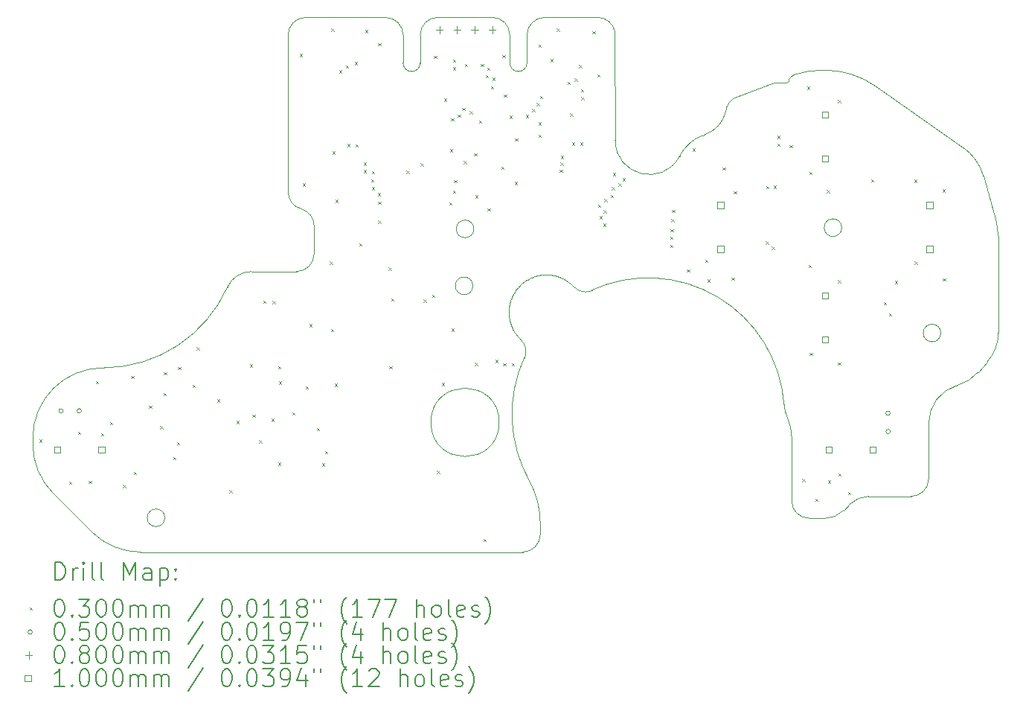
<source format=gbr>
%TF.GenerationSoftware,KiCad,Pcbnew,8.0.2*%
%TF.CreationDate,2025-05-18T15:38:27-07:00*%
%TF.ProjectId,PGS_Main_Board,5047535f-4d61-4696-9e5f-426f6172642e,rev?*%
%TF.SameCoordinates,Original*%
%TF.FileFunction,Drillmap*%
%TF.FilePolarity,Positive*%
%FSLAX45Y45*%
G04 Gerber Fmt 4.5, Leading zero omitted, Abs format (unit mm)*
G04 Created by KiCad (PCBNEW 8.0.2) date 2025-05-18 15:38:27*
%MOMM*%
%LPD*%
G01*
G04 APERTURE LIST*
%ADD10C,0.100000*%
%ADD11C,0.200000*%
G04 APERTURE END LIST*
D10*
X7686162Y-4973618D02*
X7687583Y-4975212D01*
X3390380Y-7416593D02*
G75*
G02*
X2824683Y-7182272I0J800013D01*
G01*
X5265379Y-1336134D02*
X6173240Y-1336134D01*
X8385900Y-4442821D02*
X8382541Y-4441564D01*
X7783564Y-1854650D02*
G75*
G02*
X7588564Y-1853457I-97504J0D01*
G01*
X2159000Y-6121400D02*
G75*
G02*
X2959000Y-5321400I800000J0D01*
G01*
X5360857Y-4026205D02*
X5360857Y-3708031D01*
X9521203Y-2912833D02*
G75*
G02*
X8787686Y-2734062I-344973J178773D01*
G01*
X11457601Y-6870832D02*
G75*
G02*
X11670862Y-6782963I212139J-212138D01*
G01*
X8382541Y-4441564D02*
X8372703Y-4437615D01*
X8363403Y-4433250D01*
X8353966Y-4428032D01*
X8347647Y-4423884D01*
X7666233Y-4950054D02*
X7667407Y-4951438D01*
X6568244Y-1854650D02*
G75*
G02*
X6373244Y-1853433I-97504J0D01*
G01*
X7388560Y-1336134D02*
G75*
G02*
X7588556Y-1536134I0J-199996D01*
G01*
X5213118Y-3513155D02*
G75*
G02*
X5065394Y-3322767I52262J193055D01*
G01*
X7616040Y-4507365D02*
X7621887Y-4495206D01*
X7628207Y-4483149D01*
X7634987Y-4471216D01*
X7642213Y-4459431D01*
X7649873Y-4447817D01*
X7657954Y-4436396D01*
X7666443Y-4425192D01*
X7675328Y-4414228D01*
X7684596Y-4403527D01*
X7694233Y-4393111D01*
X7700858Y-4386338D01*
X10737658Y-2075262D02*
X10746843Y-2070895D01*
X10750302Y-2068277D01*
X12154003Y-6782960D02*
X11670862Y-6782960D01*
X12978351Y-3139662D02*
X13125504Y-3661795D01*
X12355013Y-5948230D02*
X12355083Y-6582960D01*
X10045000Y-2409000D02*
G75*
G02*
X10172278Y-2239350I200070J-17530D01*
G01*
X13147995Y-3824530D02*
X13147996Y-4920450D01*
X2959000Y-5321400D02*
X2969618Y-5320835D01*
X11171209Y-7032960D02*
X10995480Y-7032960D01*
X5065379Y-1536134D02*
G75*
G02*
X5265379Y-1336134I200000J0D01*
G01*
X10751527Y-5902102D02*
X10752519Y-5904962D01*
X8265957Y-4352888D02*
X8268525Y-4354950D01*
X10995480Y-7032960D02*
G75*
G02*
X10795473Y-6834116I0J200010D01*
G01*
X5065394Y-3322767D02*
X5065379Y-1536134D01*
X12493134Y-4925334D02*
G75*
G02*
X12293134Y-4925334I-100000J0D01*
G01*
X12293134Y-4925334D02*
G75*
G02*
X12493134Y-4925334I100000J0D01*
G01*
X7734659Y-7416593D02*
X3390380Y-7416593D01*
X13147996Y-4920450D02*
G75*
G02*
X13023116Y-5251030I-499996J0D01*
G01*
X7666233Y-4950054D02*
X7659289Y-4940900D01*
X7652446Y-4931316D01*
X7645752Y-4921366D01*
X7640323Y-4912840D01*
X7635060Y-4904137D01*
X7630988Y-4897073D01*
X7807673Y-6600647D02*
G75*
G02*
X7751041Y-5208414I1355104J752390D01*
G01*
X11173242Y-1936529D02*
G75*
G02*
X11744343Y-2114308I2048J-999621D01*
G01*
X11365621Y-3726969D02*
G75*
G02*
X11165621Y-3726969I-100000J0D01*
G01*
X11165621Y-3726969D02*
G75*
G02*
X11365621Y-3726969I100000J0D01*
G01*
X12355013Y-5948230D02*
G75*
G02*
X12671401Y-5523818I444207J-1010D01*
G01*
X8518741Y-4438738D02*
X8508191Y-4442825D01*
X8496787Y-4446356D01*
X8486914Y-4448798D01*
X8476946Y-4450718D01*
X8465181Y-4452249D01*
X8457638Y-4452751D01*
X13125504Y-3661795D02*
G75*
G02*
X13147995Y-3824530I-577494J-162735D01*
G01*
X7686162Y-4973618D02*
X7679480Y-4966096D01*
X7672885Y-4958250D01*
X7667407Y-4951438D01*
X2393316Y-6750909D02*
X2824681Y-7182274D01*
X10751527Y-5902102D02*
G75*
G02*
X10708987Y-5736631I455643J205342D01*
G01*
X10795473Y-6834116D02*
X10795434Y-6107625D01*
X8314060Y-4396668D02*
X8312067Y-4395031D01*
X7702429Y-4384543D02*
X7712241Y-4375124D01*
X7722442Y-4365975D01*
X7733012Y-4357112D01*
X7743934Y-4348552D01*
X7755189Y-4340310D01*
X7766758Y-4332402D01*
X7778623Y-4324846D01*
X7790764Y-4317656D01*
X7803164Y-4310849D01*
X7815803Y-4304440D01*
X7824353Y-4300398D01*
X10761956Y-2048677D02*
X10764691Y-2038810D01*
X10768605Y-2029497D01*
X10771764Y-2024175D01*
X8060716Y-4265534D02*
X8063679Y-4266227D01*
X8063679Y-4266227D02*
X8077097Y-4268272D01*
X8090485Y-4270790D01*
X8103827Y-4273775D01*
X8117107Y-4277223D01*
X8130309Y-4281129D01*
X8143418Y-4285488D01*
X8156419Y-4290295D01*
X8169295Y-4295544D01*
X8182031Y-4301232D01*
X8194612Y-4307352D01*
X8207022Y-4313900D01*
X8219245Y-4320872D01*
X8231266Y-4328261D01*
X8243068Y-4336063D01*
X8254637Y-4344274D01*
X8265957Y-4352888D01*
X10790613Y-2003470D02*
X10799054Y-1997868D01*
X10808181Y-1993390D01*
X10808626Y-1993224D01*
X8782224Y-1489711D02*
X8787686Y-2734062D01*
X7629693Y-4894842D02*
X7630988Y-4897073D01*
X6173240Y-1336134D02*
G75*
G02*
X6373244Y-1537012I0J-200006D01*
G01*
X10808626Y-1993224D02*
G75*
G02*
X11137331Y-1936075I333264J-942956D01*
G01*
X2158999Y-6185217D02*
X2159000Y-6121400D01*
X3661914Y-7026416D02*
G75*
G02*
X3461914Y-7026416I-100000J0D01*
G01*
X3461914Y-7026416D02*
G75*
G02*
X3661914Y-7026416I100000J0D01*
G01*
X7807673Y-6600647D02*
X7808430Y-6602078D01*
X7751096Y-5055848D02*
X7755423Y-5066252D01*
X7759098Y-5076838D01*
X7762113Y-5087531D01*
X7764455Y-5098259D01*
X7766117Y-5108950D01*
X7767088Y-5119531D01*
X7767280Y-5123717D01*
X5213118Y-3513155D02*
G75*
G02*
X5360857Y-3708031I-52268J-193065D01*
G01*
X11457601Y-6870832D02*
X11383342Y-6945091D01*
X7767396Y-5125555D02*
X7767465Y-5136175D01*
X7766937Y-5146572D01*
X7765830Y-5156520D01*
X7764162Y-5165793D01*
X7588564Y-1536134D02*
X7588564Y-1853457D01*
X4644748Y-4226243D02*
X5160858Y-4226206D01*
X7708237Y-4996322D02*
X7709551Y-4997548D01*
X7467097Y-5941206D02*
G75*
G02*
X6689710Y-5941206I-388693J0D01*
G01*
X6689710Y-5941206D02*
G75*
G02*
X7467097Y-5941206I388693J0D01*
G01*
X10771764Y-2024175D02*
X10777764Y-2016014D01*
X10784688Y-2008480D01*
X10790613Y-2003470D01*
X7751684Y-5206492D02*
X7751041Y-5208414D01*
X8522920Y-4436491D02*
G75*
G02*
X10708539Y-5733713I639857J-1411765D01*
G01*
X7168080Y-4387829D02*
G75*
G02*
X6968080Y-4387829I-100000J0D01*
G01*
X6968080Y-4387829D02*
G75*
G02*
X7168080Y-4387829I100000J0D01*
G01*
X2393316Y-6750909D02*
G75*
G02*
X2159001Y-6185217I565694J565689D01*
G01*
X12355083Y-6582960D02*
G75*
G02*
X12154003Y-6782960I-200003J0D01*
G01*
X10545208Y-2095215D02*
X10555541Y-2091436D01*
X10566014Y-2088081D01*
X10576614Y-2085153D01*
X10587326Y-2082657D01*
X10593493Y-2081426D01*
X7579701Y-4743885D02*
X7577949Y-4729211D01*
X7576734Y-4714452D01*
X7576052Y-4699629D01*
X7575903Y-4684760D01*
X7576284Y-4669865D01*
X7577193Y-4654964D01*
X7578628Y-4640075D01*
X7580588Y-4625219D01*
X7583070Y-4610413D01*
X7586073Y-4595678D01*
X7589595Y-4581033D01*
X7593634Y-4566498D01*
X7598187Y-4552091D01*
X7603253Y-4537831D01*
X7608831Y-4523739D01*
X7614918Y-4509834D01*
X9523057Y-2908887D02*
X9521203Y-2912833D01*
X7708237Y-4996322D02*
X7700811Y-4989072D01*
X7693575Y-4981638D01*
X7687583Y-4975212D01*
X7702429Y-4384543D02*
X7700858Y-4386338D01*
X4373637Y-4403589D02*
X4375716Y-4400325D01*
X10750302Y-2068277D02*
X10756986Y-2060751D01*
X10759308Y-2056999D01*
X10593493Y-2081426D02*
X10604346Y-2079617D01*
X10615259Y-2078251D01*
X10626216Y-2077328D01*
X10637205Y-2076850D01*
X10643493Y-2076777D01*
X12746263Y-2815363D02*
G75*
G02*
X12978351Y-3139662I-344143J-491487D01*
G01*
X9781120Y-2677775D02*
X9807052Y-2669095D01*
X7709551Y-4997548D02*
X7717505Y-5005531D01*
X7724926Y-5013935D01*
X7731779Y-5022702D01*
X7738030Y-5031774D01*
X7743644Y-5041093D01*
X7748586Y-5050601D01*
X7750366Y-5054445D01*
X7616040Y-4507365D02*
X7614918Y-4509834D01*
X7984050Y-1336134D02*
X8587690Y-1336134D01*
X7934659Y-7088414D02*
X7934659Y-7216590D01*
X6568244Y-1536130D02*
G75*
G02*
X6768240Y-1336134I199996J0D01*
G01*
X10727353Y-2076777D02*
X10737280Y-2075436D01*
X10737658Y-2075262D01*
X8347647Y-4423884D02*
X8344613Y-4422372D01*
X7750366Y-5054445D02*
X7751096Y-5055848D01*
X12678170Y-5521922D02*
X12671401Y-5523818D01*
X8344613Y-4422372D02*
X8335927Y-4416275D01*
X8327802Y-4409844D01*
X8319588Y-4402425D01*
X8314060Y-4396668D01*
X10752519Y-5904962D02*
G75*
G02*
X10795434Y-6107625I-457049J-202658D01*
G01*
X7763994Y-5167925D02*
X7761637Y-5178282D01*
X7758752Y-5188298D01*
X7755411Y-5197770D01*
X7751684Y-5206492D01*
X10759308Y-2056999D02*
X10761956Y-2048677D01*
X10045000Y-2409000D02*
G75*
G02*
X9807052Y-2669095I-352670J83750D01*
G01*
X11383342Y-6945091D02*
G75*
G02*
X11171209Y-7032960I-212132J212131D01*
G01*
X10708538Y-5733713D02*
X10708987Y-5736631D01*
X11137331Y-1936075D02*
X11173242Y-1936529D01*
X4375716Y-4400325D02*
G75*
G02*
X4644748Y-4226243I272294J-125885D01*
G01*
X6768240Y-1336134D02*
X7388560Y-1336134D01*
X7934659Y-7216590D02*
G75*
G02*
X7734659Y-7416589I-199999J0D01*
G01*
X8457638Y-4452751D02*
X8453230Y-4452869D01*
X7827233Y-4299119D02*
X7840632Y-4293257D01*
X7854284Y-4287877D01*
X7868170Y-4282983D01*
X7882268Y-4278580D01*
X7896559Y-4274671D01*
X7911023Y-4271260D01*
X7925639Y-4268353D01*
X7940387Y-4265953D01*
X7955247Y-4264064D01*
X7970200Y-4262692D01*
X7985224Y-4261840D01*
X8000300Y-4261512D01*
X8015407Y-4261713D01*
X8030526Y-4262448D01*
X8045635Y-4263720D01*
X8060716Y-4265534D01*
X7824353Y-4300398D02*
X7827233Y-4299119D01*
X7178404Y-3741206D02*
G75*
G02*
X6978404Y-3741206I-100000J0D01*
G01*
X6978404Y-3741206D02*
G75*
G02*
X7178404Y-3741206I100000J0D01*
G01*
X11744343Y-2114308D02*
X12746263Y-2815363D01*
X12917023Y-5371427D02*
G75*
G02*
X12678169Y-5521921I-375123J330577D01*
G01*
X4373637Y-4403589D02*
G75*
G02*
X2969618Y-5320835I-1414637J632190D01*
G01*
X7579701Y-4743885D02*
X7580053Y-4746197D01*
X12917023Y-5371427D02*
X13023116Y-5251030D01*
X9523057Y-2908887D02*
G75*
G02*
X9781120Y-2677775I442084J-234003D01*
G01*
X7629693Y-4894842D02*
X7622869Y-4882180D01*
X7616461Y-4869184D01*
X7610482Y-4855877D01*
X7604941Y-4842285D01*
X7599851Y-4828432D01*
X7595222Y-4814342D01*
X7591066Y-4800042D01*
X7587394Y-4785554D01*
X7584217Y-4770905D01*
X7582380Y-4761061D01*
X7580771Y-4751163D01*
X7580053Y-4746197D01*
X7783564Y-1536130D02*
G75*
G02*
X7984050Y-1336134I199996J0D01*
G01*
X8453230Y-4452869D02*
X8441968Y-4452937D01*
X8430822Y-4452350D01*
X8419901Y-4451139D01*
X8409312Y-4449340D01*
X8399164Y-4446985D01*
X8389563Y-4444109D01*
X8385900Y-4442821D01*
X6373244Y-1537012D02*
X6373244Y-1853433D01*
X8522920Y-4436491D02*
X8518741Y-4438738D01*
X10643493Y-2076777D02*
X10727353Y-2076777D01*
X7764162Y-5165793D02*
X7763994Y-5167925D01*
X7783564Y-1854650D02*
X7783564Y-1536130D01*
X10172278Y-2239350D02*
X10545208Y-2095215D01*
X7767280Y-5123717D02*
X7767396Y-5125555D01*
X8587690Y-1336134D02*
G75*
G02*
X8782224Y-1489711I0J-199996D01*
G01*
X5360857Y-4026205D02*
G75*
G02*
X5160858Y-4226206I-200001J0D01*
G01*
X6568244Y-1854650D02*
X6568244Y-1536130D01*
X8268525Y-4354950D02*
X8276480Y-4361404D01*
X8284648Y-4368444D01*
X8292925Y-4375984D01*
X8301205Y-4383937D01*
X8309382Y-4392215D01*
X8312067Y-4395031D01*
X7808430Y-6602078D02*
G75*
G02*
X7934657Y-7088414I-873770J-486332D01*
G01*
D11*
D10*
X2232500Y-6135000D02*
X2262500Y-6165000D01*
X2262500Y-6135000D02*
X2232500Y-6165000D01*
X2570000Y-6612500D02*
X2600000Y-6642500D01*
X2600000Y-6612500D02*
X2570000Y-6642500D01*
X2672500Y-6047500D02*
X2702500Y-6077500D01*
X2702500Y-6047500D02*
X2672500Y-6077500D01*
X2797500Y-6605000D02*
X2827500Y-6635000D01*
X2827500Y-6605000D02*
X2797500Y-6635000D01*
X2877500Y-5472500D02*
X2907500Y-5502500D01*
X2907500Y-5472500D02*
X2877500Y-5502500D01*
X2935000Y-6065000D02*
X2965000Y-6095000D01*
X2965000Y-6065000D02*
X2935000Y-6095000D01*
X3037500Y-5937500D02*
X3067500Y-5967500D01*
X3067500Y-5937500D02*
X3037500Y-5967500D01*
X3185687Y-6653279D02*
X3215687Y-6683279D01*
X3215687Y-6653279D02*
X3185687Y-6683279D01*
X3280000Y-5410000D02*
X3310000Y-5440000D01*
X3310000Y-5410000D02*
X3280000Y-5440000D01*
X3307500Y-6502500D02*
X3337500Y-6532500D01*
X3337500Y-6502500D02*
X3307500Y-6532500D01*
X3482500Y-5750000D02*
X3512500Y-5780000D01*
X3512500Y-5750000D02*
X3482500Y-5780000D01*
X3610000Y-5982500D02*
X3640000Y-6012500D01*
X3640000Y-5982500D02*
X3610000Y-6012500D01*
X3648641Y-5606914D02*
X3678641Y-5636914D01*
X3678641Y-5606914D02*
X3648641Y-5636914D01*
X3652500Y-5367500D02*
X3682500Y-5397500D01*
X3682500Y-5367500D02*
X3652500Y-5397500D01*
X3755000Y-6332500D02*
X3785000Y-6362500D01*
X3785000Y-6332500D02*
X3755000Y-6362500D01*
X3797500Y-6165000D02*
X3827500Y-6195000D01*
X3827500Y-6165000D02*
X3797500Y-6195000D01*
X3812500Y-5310000D02*
X3842500Y-5340000D01*
X3842500Y-5310000D02*
X3812500Y-5340000D01*
X3975000Y-5512500D02*
X4005000Y-5542500D01*
X4005000Y-5512500D02*
X3975000Y-5542500D01*
X4025000Y-5085000D02*
X4055000Y-5115000D01*
X4055000Y-5085000D02*
X4025000Y-5115000D01*
X4255000Y-5680000D02*
X4285000Y-5710000D01*
X4285000Y-5680000D02*
X4255000Y-5710000D01*
X4395000Y-6712500D02*
X4425000Y-6742500D01*
X4425000Y-6712500D02*
X4395000Y-6742500D01*
X4477000Y-5924000D02*
X4507000Y-5954000D01*
X4507000Y-5924000D02*
X4477000Y-5954000D01*
X4627500Y-5280000D02*
X4657500Y-5310000D01*
X4657500Y-5280000D02*
X4627500Y-5310000D01*
X4657500Y-5852500D02*
X4687500Y-5882500D01*
X4687500Y-5852500D02*
X4657500Y-5882500D01*
X4734000Y-6146000D02*
X4764000Y-6176000D01*
X4764000Y-6146000D02*
X4734000Y-6176000D01*
X4780194Y-4557199D02*
X4810194Y-4587199D01*
X4810194Y-4557199D02*
X4780194Y-4587199D01*
X4875000Y-5897500D02*
X4905000Y-5927500D01*
X4905000Y-5897500D02*
X4875000Y-5927500D01*
X4888000Y-4560000D02*
X4918000Y-4590000D01*
X4918000Y-4560000D02*
X4888000Y-4590000D01*
X4950000Y-5302500D02*
X4980000Y-5332500D01*
X4980000Y-5302500D02*
X4950000Y-5332500D01*
X4950081Y-6396259D02*
X4980081Y-6426259D01*
X4980081Y-6396259D02*
X4950081Y-6426259D01*
X4959000Y-5476000D02*
X4989000Y-5506000D01*
X4989000Y-5476000D02*
X4959000Y-5506000D01*
X5110000Y-5827000D02*
X5140000Y-5857000D01*
X5140000Y-5827000D02*
X5110000Y-5857000D01*
X5197500Y-1747500D02*
X5227500Y-1777500D01*
X5227500Y-1747500D02*
X5197500Y-1777500D01*
X5230000Y-3225000D02*
X5260000Y-3255000D01*
X5260000Y-3225000D02*
X5230000Y-3255000D01*
X5265000Y-5530000D02*
X5295000Y-5560000D01*
X5295000Y-5530000D02*
X5265000Y-5560000D01*
X5305000Y-4822500D02*
X5335000Y-4852500D01*
X5335000Y-4822500D02*
X5305000Y-4852500D01*
X5392500Y-6002500D02*
X5422500Y-6032500D01*
X5422500Y-6002500D02*
X5392500Y-6032500D01*
X5450000Y-6407500D02*
X5480000Y-6437500D01*
X5480000Y-6407500D02*
X5450000Y-6437500D01*
X5485000Y-6267500D02*
X5515000Y-6297500D01*
X5515000Y-6267500D02*
X5485000Y-6297500D01*
X5537500Y-4112500D02*
X5567500Y-4142500D01*
X5567500Y-4112500D02*
X5537500Y-4142500D01*
X5552500Y-4880000D02*
X5582500Y-4910000D01*
X5582500Y-4880000D02*
X5552500Y-4910000D01*
X5557500Y-1462500D02*
X5587500Y-1492500D01*
X5587500Y-1462500D02*
X5557500Y-1492500D01*
X5570000Y-2860000D02*
X5600000Y-2890000D01*
X5600000Y-2860000D02*
X5570000Y-2890000D01*
X5592500Y-5502500D02*
X5622500Y-5532500D01*
X5622500Y-5502500D02*
X5592500Y-5532500D01*
X5602500Y-3407500D02*
X5632500Y-3437500D01*
X5632500Y-3407500D02*
X5602500Y-3437500D01*
X5645000Y-1937500D02*
X5675000Y-1967500D01*
X5675000Y-1937500D02*
X5645000Y-1967500D01*
X5720000Y-1882500D02*
X5750000Y-1912500D01*
X5750000Y-1882500D02*
X5720000Y-1912500D01*
X5738656Y-2774628D02*
X5768656Y-2804628D01*
X5768656Y-2774628D02*
X5738656Y-2804628D01*
X5822868Y-1844890D02*
X5852868Y-1874890D01*
X5852868Y-1844890D02*
X5822868Y-1874890D01*
X5830000Y-2780000D02*
X5860000Y-2810000D01*
X5860000Y-2780000D02*
X5830000Y-2810000D01*
X5872426Y-3903544D02*
X5902426Y-3933544D01*
X5902426Y-3903544D02*
X5872426Y-3933544D01*
X5925649Y-3071714D02*
X5955649Y-3101714D01*
X5955649Y-3071714D02*
X5925649Y-3101714D01*
X5926105Y-2984016D02*
X5956105Y-3014016D01*
X5956105Y-2984016D02*
X5926105Y-3014016D01*
X5940000Y-1477500D02*
X5970000Y-1507500D01*
X5970000Y-1477500D02*
X5940000Y-1507500D01*
X6010000Y-3175000D02*
X6040000Y-3205000D01*
X6040000Y-3175000D02*
X6010000Y-3205000D01*
X6015734Y-3083648D02*
X6045734Y-3113648D01*
X6045734Y-3083648D02*
X6015734Y-3113648D01*
X6016951Y-3263250D02*
X6046951Y-3293250D01*
X6046951Y-3263250D02*
X6016951Y-3293250D01*
X6084202Y-3333734D02*
X6114202Y-3363734D01*
X6114202Y-3333734D02*
X6084202Y-3363734D01*
X6087500Y-3430000D02*
X6117500Y-3460000D01*
X6117500Y-3430000D02*
X6087500Y-3460000D01*
X6087500Y-3645000D02*
X6117500Y-3675000D01*
X6117500Y-3645000D02*
X6087500Y-3675000D01*
X6090000Y-1627500D02*
X6120000Y-1657500D01*
X6120000Y-1627500D02*
X6090000Y-1657500D01*
X6207500Y-4180000D02*
X6237500Y-4210000D01*
X6237500Y-4180000D02*
X6207500Y-4210000D01*
X6218000Y-5300000D02*
X6248000Y-5330000D01*
X6248000Y-5300000D02*
X6218000Y-5330000D01*
X6237500Y-4532500D02*
X6267500Y-4562500D01*
X6267500Y-4532500D02*
X6237500Y-4562500D01*
X6410000Y-3080000D02*
X6440000Y-3110000D01*
X6440000Y-3080000D02*
X6410000Y-3110000D01*
X6571662Y-2994793D02*
X6601662Y-3024793D01*
X6601662Y-2994793D02*
X6571662Y-3024793D01*
X6606353Y-4545200D02*
X6636353Y-4575200D01*
X6636353Y-4545200D02*
X6606353Y-4575200D01*
X6702477Y-4487995D02*
X6732477Y-4517995D01*
X6732477Y-4487995D02*
X6702477Y-4517995D01*
X6722500Y-1772500D02*
X6752500Y-1802500D01*
X6752500Y-1772500D02*
X6722500Y-1802500D01*
X6757500Y-6492500D02*
X6787500Y-6522500D01*
X6787500Y-6492500D02*
X6757500Y-6522500D01*
X6811710Y-5493597D02*
X6841710Y-5523597D01*
X6841710Y-5493597D02*
X6811710Y-5523597D01*
X6839740Y-2258417D02*
X6869740Y-2288417D01*
X6869740Y-2258417D02*
X6839740Y-2288417D01*
X6897000Y-3437000D02*
X6927000Y-3467000D01*
X6927000Y-3437000D02*
X6897000Y-3467000D01*
X6907500Y-2835000D02*
X6937500Y-2865000D01*
X6937500Y-2835000D02*
X6907500Y-2865000D01*
X6920472Y-2482392D02*
X6950472Y-2512392D01*
X6950472Y-2482392D02*
X6920472Y-2512392D01*
X6922211Y-4874711D02*
X6952211Y-4904711D01*
X6952211Y-4874711D02*
X6922211Y-4904711D01*
X6940240Y-1900100D02*
X6970240Y-1930100D01*
X6970240Y-1900100D02*
X6940240Y-1930100D01*
X6941492Y-3303417D02*
X6971492Y-3333417D01*
X6971492Y-3303417D02*
X6941492Y-3333417D01*
X6942118Y-1813700D02*
X6972118Y-1843700D01*
X6972118Y-1813700D02*
X6942118Y-1843700D01*
X6951353Y-3183411D02*
X6981353Y-3213411D01*
X6981353Y-3183411D02*
X6951353Y-3213411D01*
X6995000Y-2440000D02*
X7025000Y-2470000D01*
X7025000Y-2440000D02*
X6995000Y-2470000D01*
X7046489Y-2364254D02*
X7076489Y-2394254D01*
X7076489Y-2364254D02*
X7046489Y-2394254D01*
X7065000Y-2970000D02*
X7095000Y-3000000D01*
X7095000Y-2970000D02*
X7065000Y-3000000D01*
X7075474Y-1865665D02*
X7105474Y-1895665D01*
X7105474Y-1865665D02*
X7075474Y-1895665D01*
X7132500Y-2400000D02*
X7162500Y-2430000D01*
X7162500Y-2400000D02*
X7132500Y-2430000D01*
X7182533Y-2880230D02*
X7212533Y-2910230D01*
X7212533Y-2880230D02*
X7182533Y-2910230D01*
X7191887Y-5262792D02*
X7221887Y-5292792D01*
X7221887Y-5262792D02*
X7191887Y-5292792D01*
X7192673Y-3356951D02*
X7222673Y-3386951D01*
X7222673Y-3356951D02*
X7192673Y-3386951D01*
X7235609Y-2508104D02*
X7265609Y-2538104D01*
X7265609Y-2508104D02*
X7235609Y-2538104D01*
X7258291Y-1865665D02*
X7288291Y-1895665D01*
X7288291Y-1865665D02*
X7258291Y-1895665D01*
X7287500Y-7265000D02*
X7317500Y-7295000D01*
X7317500Y-7265000D02*
X7287500Y-7295000D01*
X7313605Y-1991287D02*
X7343605Y-2021287D01*
X7343605Y-1991287D02*
X7313605Y-2021287D01*
X7329038Y-1906361D02*
X7359038Y-1936361D01*
X7359038Y-1906361D02*
X7329038Y-1936361D01*
X7332933Y-3504854D02*
X7362933Y-3534854D01*
X7362933Y-3504854D02*
X7332933Y-3534854D01*
X7371204Y-2119634D02*
X7401204Y-2149634D01*
X7401204Y-2119634D02*
X7371204Y-2149634D01*
X7388735Y-2022591D02*
X7418735Y-2052591D01*
X7418735Y-2022591D02*
X7388735Y-2052591D01*
X7423677Y-5230522D02*
X7453677Y-5260522D01*
X7453677Y-5230522D02*
X7423677Y-5260522D01*
X7489610Y-3030967D02*
X7519610Y-3060967D01*
X7519610Y-3030967D02*
X7489610Y-3060967D01*
X7502500Y-1762500D02*
X7532500Y-1792500D01*
X7532500Y-1762500D02*
X7502500Y-1792500D01*
X7510000Y-5267500D02*
X7540000Y-5297500D01*
X7540000Y-5267500D02*
X7510000Y-5297500D01*
X7519635Y-2210787D02*
X7549635Y-2240787D01*
X7549635Y-2210787D02*
X7519635Y-2240787D01*
X7584308Y-2450561D02*
X7614308Y-2480561D01*
X7614308Y-2450561D02*
X7584308Y-2480561D01*
X7610103Y-5266587D02*
X7640103Y-5296587D01*
X7640103Y-5266587D02*
X7610103Y-5296587D01*
X7642895Y-3203864D02*
X7672895Y-3233864D01*
X7672895Y-3203864D02*
X7642895Y-3233864D01*
X7648861Y-2710342D02*
X7678861Y-2740342D01*
X7678861Y-2710342D02*
X7648861Y-2740342D01*
X7770000Y-2445000D02*
X7800000Y-2475000D01*
X7800000Y-2445000D02*
X7770000Y-2475000D01*
X7840000Y-2377500D02*
X7870000Y-2407500D01*
X7870000Y-2377500D02*
X7840000Y-2407500D01*
X7895000Y-2310000D02*
X7925000Y-2340000D01*
X7925000Y-2310000D02*
X7895000Y-2340000D01*
X7915000Y-1642500D02*
X7945000Y-1672500D01*
X7945000Y-1642500D02*
X7915000Y-1672500D01*
X7915000Y-2530000D02*
X7945000Y-2560000D01*
X7945000Y-2530000D02*
X7915000Y-2560000D01*
X7915000Y-2670000D02*
X7945000Y-2700000D01*
X7945000Y-2670000D02*
X7915000Y-2700000D01*
X7930000Y-2230000D02*
X7960000Y-2260000D01*
X7960000Y-2230000D02*
X7930000Y-2260000D01*
X8050000Y-1810000D02*
X8080000Y-1840000D01*
X8080000Y-1810000D02*
X8050000Y-1840000D01*
X8121509Y-1460355D02*
X8151509Y-1490355D01*
X8151509Y-1460355D02*
X8121509Y-1490355D01*
X8157500Y-3067500D02*
X8187500Y-3097500D01*
X8187500Y-3067500D02*
X8157500Y-3097500D01*
X8162500Y-2987500D02*
X8192500Y-3017500D01*
X8192500Y-2987500D02*
X8162500Y-3017500D01*
X8167500Y-2907500D02*
X8197500Y-2937500D01*
X8197500Y-2907500D02*
X8167500Y-2937500D01*
X8244808Y-2066011D02*
X8274808Y-2096011D01*
X8274808Y-2066011D02*
X8244808Y-2096011D01*
X8272500Y-2427500D02*
X8302500Y-2457500D01*
X8302500Y-2427500D02*
X8272500Y-2457500D01*
X8295000Y-2755000D02*
X8325000Y-2785000D01*
X8325000Y-2755000D02*
X8295000Y-2785000D01*
X8324970Y-2031069D02*
X8354970Y-2061069D01*
X8354970Y-2031069D02*
X8324970Y-2061069D01*
X8375000Y-1877500D02*
X8405000Y-1907500D01*
X8405000Y-1877500D02*
X8375000Y-1907500D01*
X8387500Y-2755000D02*
X8417500Y-2785000D01*
X8417500Y-2755000D02*
X8387500Y-2785000D01*
X8395000Y-2150000D02*
X8425000Y-2180000D01*
X8425000Y-2150000D02*
X8395000Y-2180000D01*
X8400000Y-2240000D02*
X8430000Y-2270000D01*
X8430000Y-2240000D02*
X8400000Y-2270000D01*
X8527500Y-1492500D02*
X8557500Y-1522500D01*
X8557500Y-1492500D02*
X8527500Y-1522500D01*
X8582500Y-1982500D02*
X8612500Y-2012500D01*
X8612500Y-1982500D02*
X8582500Y-2012500D01*
X8592500Y-3465000D02*
X8622500Y-3495000D01*
X8622500Y-3465000D02*
X8592500Y-3495000D01*
X8607248Y-3596542D02*
X8637248Y-3626542D01*
X8637248Y-3596542D02*
X8607248Y-3626542D01*
X8651866Y-3678019D02*
X8681866Y-3708019D01*
X8681866Y-3678019D02*
X8651866Y-3708019D01*
X8655000Y-3527500D02*
X8685000Y-3557500D01*
X8685000Y-3527500D02*
X8655000Y-3557500D01*
X8664152Y-3401254D02*
X8694152Y-3431254D01*
X8694152Y-3401254D02*
X8664152Y-3431254D01*
X8735000Y-3352500D02*
X8765000Y-3382500D01*
X8765000Y-3352500D02*
X8735000Y-3382500D01*
X8750000Y-3265000D02*
X8780000Y-3295000D01*
X8780000Y-3265000D02*
X8750000Y-3295000D01*
X8762500Y-3102500D02*
X8792500Y-3132500D01*
X8792500Y-3102500D02*
X8762500Y-3132500D01*
X8822500Y-3225000D02*
X8852500Y-3255000D01*
X8852500Y-3225000D02*
X8822500Y-3255000D01*
X8872500Y-3162500D02*
X8902500Y-3192500D01*
X8902500Y-3162500D02*
X8872500Y-3192500D01*
X9412500Y-3830000D02*
X9442500Y-3860000D01*
X9442500Y-3830000D02*
X9412500Y-3860000D01*
X9412500Y-3922500D02*
X9442500Y-3952500D01*
X9442500Y-3922500D02*
X9412500Y-3952500D01*
X9417500Y-3742500D02*
X9447500Y-3772500D01*
X9447500Y-3742500D02*
X9417500Y-3772500D01*
X9427500Y-3627500D02*
X9457500Y-3657500D01*
X9457500Y-3627500D02*
X9427500Y-3657500D01*
X9435000Y-3525000D02*
X9465000Y-3555000D01*
X9465000Y-3525000D02*
X9435000Y-3555000D01*
X9602500Y-4202500D02*
X9632500Y-4232500D01*
X9632500Y-4202500D02*
X9602500Y-4232500D01*
X9665000Y-2825000D02*
X9695000Y-2855000D01*
X9695000Y-2825000D02*
X9665000Y-2855000D01*
X9810000Y-4092500D02*
X9840000Y-4122500D01*
X9840000Y-4092500D02*
X9810000Y-4122500D01*
X9837000Y-4315000D02*
X9867000Y-4345000D01*
X9867000Y-4315000D02*
X9837000Y-4345000D01*
X10007500Y-3042500D02*
X10037500Y-3072500D01*
X10037500Y-3042500D02*
X10007500Y-3072500D01*
X10112412Y-4294882D02*
X10142412Y-4324882D01*
X10142412Y-4294882D02*
X10112412Y-4324882D01*
X10137500Y-3312500D02*
X10167500Y-3342500D01*
X10167500Y-3312500D02*
X10137500Y-3342500D01*
X10500000Y-3882500D02*
X10530000Y-3912500D01*
X10530000Y-3882500D02*
X10500000Y-3912500D01*
X10505000Y-3252500D02*
X10535000Y-3282500D01*
X10535000Y-3252500D02*
X10505000Y-3282500D01*
X10567500Y-3942500D02*
X10597500Y-3972500D01*
X10597500Y-3942500D02*
X10567500Y-3972500D01*
X10590000Y-3250000D02*
X10620000Y-3280000D01*
X10620000Y-3250000D02*
X10590000Y-3280000D01*
X10632500Y-2682500D02*
X10662500Y-2712500D01*
X10662500Y-2682500D02*
X10632500Y-2712500D01*
X10632500Y-2770000D02*
X10662500Y-2800000D01*
X10662500Y-2770000D02*
X10632500Y-2800000D01*
X10772500Y-2787500D02*
X10802500Y-2817500D01*
X10802500Y-2787500D02*
X10772500Y-2817500D01*
X10917500Y-6585000D02*
X10947500Y-6615000D01*
X10947500Y-6585000D02*
X10917500Y-6615000D01*
X10969000Y-2120000D02*
X10999000Y-2150000D01*
X10999000Y-2120000D02*
X10969000Y-2150000D01*
X10988000Y-4150000D02*
X11018000Y-4180000D01*
X11018000Y-4150000D02*
X10988000Y-4180000D01*
X10997500Y-3092500D02*
X11027500Y-3122500D01*
X11027500Y-3092500D02*
X10997500Y-3122500D01*
X11000000Y-5147500D02*
X11030000Y-5177500D01*
X11030000Y-5147500D02*
X11000000Y-5177500D01*
X11065000Y-6807500D02*
X11095000Y-6837500D01*
X11095000Y-6807500D02*
X11065000Y-6837500D01*
X11192500Y-3300000D02*
X11222500Y-3330000D01*
X11222500Y-3300000D02*
X11192500Y-3330000D01*
X11207500Y-6600000D02*
X11237500Y-6630000D01*
X11237500Y-6600000D02*
X11207500Y-6630000D01*
X11322500Y-2272500D02*
X11352500Y-2302500D01*
X11352500Y-2272500D02*
X11322500Y-2302500D01*
X11322500Y-4325000D02*
X11352500Y-4355000D01*
X11352500Y-4325000D02*
X11322500Y-4355000D01*
X11322500Y-5257500D02*
X11352500Y-5287500D01*
X11352500Y-5257500D02*
X11322500Y-5287500D01*
X11327000Y-6522500D02*
X11357000Y-6552500D01*
X11357000Y-6522500D02*
X11327000Y-6552500D01*
X11435000Y-6732500D02*
X11465000Y-6762500D01*
X11465000Y-6732500D02*
X11435000Y-6762500D01*
X11697500Y-3175000D02*
X11727500Y-3205000D01*
X11727500Y-3175000D02*
X11697500Y-3205000D01*
X11842500Y-4575000D02*
X11872500Y-4605000D01*
X11872500Y-4575000D02*
X11842500Y-4605000D01*
X11900000Y-4700000D02*
X11930000Y-4730000D01*
X11930000Y-4700000D02*
X11900000Y-4730000D01*
X11970000Y-4330000D02*
X12000000Y-4360000D01*
X12000000Y-4330000D02*
X11970000Y-4360000D01*
X12190000Y-3180000D02*
X12220000Y-3210000D01*
X12220000Y-3180000D02*
X12190000Y-3210000D01*
X12192500Y-4112500D02*
X12222500Y-4142500D01*
X12222500Y-4112500D02*
X12192500Y-4142500D01*
X12512500Y-3292500D02*
X12542500Y-3322500D01*
X12542500Y-3292500D02*
X12512500Y-3322500D01*
X12517000Y-4303000D02*
X12547000Y-4333000D01*
X12547000Y-4303000D02*
X12517000Y-4333000D01*
X2505000Y-5810000D02*
G75*
G02*
X2455000Y-5810000I-25000J0D01*
G01*
X2455000Y-5810000D02*
G75*
G02*
X2505000Y-5810000I25000J0D01*
G01*
X2712500Y-5810000D02*
G75*
G02*
X2662500Y-5810000I-25000J0D01*
G01*
X2662500Y-5810000D02*
G75*
G02*
X2712500Y-5810000I25000J0D01*
G01*
X11917500Y-5837500D02*
G75*
G02*
X11867500Y-5837500I-25000J0D01*
G01*
X11867500Y-5837500D02*
G75*
G02*
X11917500Y-5837500I25000J0D01*
G01*
X11917500Y-6045000D02*
G75*
G02*
X11867500Y-6045000I-25000J0D01*
G01*
X11867500Y-6045000D02*
G75*
G02*
X11917500Y-6045000I25000J0D01*
G01*
X6788000Y-1435000D02*
X6788000Y-1515000D01*
X6748000Y-1475000D02*
X6828000Y-1475000D01*
X6988000Y-1435000D02*
X6988000Y-1515000D01*
X6948000Y-1475000D02*
X7028000Y-1475000D01*
X7188000Y-1435000D02*
X7188000Y-1515000D01*
X7148000Y-1475000D02*
X7228000Y-1475000D01*
X7388000Y-1435000D02*
X7388000Y-1515000D01*
X7348000Y-1475000D02*
X7428000Y-1475000D01*
X2475982Y-6288268D02*
X2475982Y-6217557D01*
X2405271Y-6217557D01*
X2405271Y-6288268D01*
X2475982Y-6288268D01*
X2975982Y-6288268D02*
X2975982Y-6217557D01*
X2905270Y-6217557D01*
X2905270Y-6288268D01*
X2975982Y-6288268D01*
X10020629Y-3507014D02*
X10020629Y-3436303D01*
X9949918Y-3436303D01*
X9949918Y-3507014D01*
X10020629Y-3507014D01*
X10020629Y-4007014D02*
X10020629Y-3936303D01*
X9949918Y-3936303D01*
X9949918Y-4007014D01*
X10020629Y-4007014D01*
X11210629Y-2478264D02*
X11210629Y-2407553D01*
X11139918Y-2407553D01*
X11139918Y-2478264D01*
X11210629Y-2478264D01*
X11210629Y-2978264D02*
X11210629Y-2907553D01*
X11139918Y-2907553D01*
X11139918Y-2978264D01*
X11210629Y-2978264D01*
X11210629Y-4535764D02*
X11210629Y-4465053D01*
X11139918Y-4465053D01*
X11139918Y-4535764D01*
X11210629Y-4535764D01*
X11210629Y-5035764D02*
X11210629Y-4965053D01*
X11139918Y-4965053D01*
X11139918Y-5035764D01*
X11210629Y-5035764D01*
X11251537Y-6288268D02*
X11251537Y-6217557D01*
X11180826Y-6217557D01*
X11180826Y-6288268D01*
X11251537Y-6288268D01*
X11751537Y-6288268D02*
X11751537Y-6217557D01*
X11680826Y-6217557D01*
X11680826Y-6288268D01*
X11751537Y-6288268D01*
X12400629Y-3507014D02*
X12400629Y-3436303D01*
X12329918Y-3436303D01*
X12329918Y-3507014D01*
X12400629Y-3507014D01*
X12400629Y-4007014D02*
X12400629Y-3936303D01*
X12329918Y-3936303D01*
X12329918Y-4007014D01*
X12400629Y-4007014D01*
D11*
X2414775Y-7733077D02*
X2414775Y-7533077D01*
X2414775Y-7533077D02*
X2462394Y-7533077D01*
X2462394Y-7533077D02*
X2490966Y-7542601D01*
X2490966Y-7542601D02*
X2510014Y-7561648D01*
X2510014Y-7561648D02*
X2519537Y-7580696D01*
X2519537Y-7580696D02*
X2529061Y-7618791D01*
X2529061Y-7618791D02*
X2529061Y-7647363D01*
X2529061Y-7647363D02*
X2519537Y-7685458D01*
X2519537Y-7685458D02*
X2510014Y-7704505D01*
X2510014Y-7704505D02*
X2490966Y-7723553D01*
X2490966Y-7723553D02*
X2462394Y-7733077D01*
X2462394Y-7733077D02*
X2414775Y-7733077D01*
X2614775Y-7733077D02*
X2614775Y-7599744D01*
X2614775Y-7637839D02*
X2624299Y-7618791D01*
X2624299Y-7618791D02*
X2633823Y-7609267D01*
X2633823Y-7609267D02*
X2652871Y-7599744D01*
X2652871Y-7599744D02*
X2671918Y-7599744D01*
X2738585Y-7733077D02*
X2738585Y-7599744D01*
X2738585Y-7533077D02*
X2729061Y-7542601D01*
X2729061Y-7542601D02*
X2738585Y-7552125D01*
X2738585Y-7552125D02*
X2748109Y-7542601D01*
X2748109Y-7542601D02*
X2738585Y-7533077D01*
X2738585Y-7533077D02*
X2738585Y-7552125D01*
X2862394Y-7733077D02*
X2843347Y-7723553D01*
X2843347Y-7723553D02*
X2833823Y-7704505D01*
X2833823Y-7704505D02*
X2833823Y-7533077D01*
X2967156Y-7733077D02*
X2948109Y-7723553D01*
X2948109Y-7723553D02*
X2938585Y-7704505D01*
X2938585Y-7704505D02*
X2938585Y-7533077D01*
X3195728Y-7733077D02*
X3195728Y-7533077D01*
X3195728Y-7533077D02*
X3262394Y-7675934D01*
X3262394Y-7675934D02*
X3329061Y-7533077D01*
X3329061Y-7533077D02*
X3329061Y-7733077D01*
X3510013Y-7733077D02*
X3510013Y-7628315D01*
X3510013Y-7628315D02*
X3500490Y-7609267D01*
X3500490Y-7609267D02*
X3481442Y-7599744D01*
X3481442Y-7599744D02*
X3443347Y-7599744D01*
X3443347Y-7599744D02*
X3424299Y-7609267D01*
X3510013Y-7723553D02*
X3490966Y-7733077D01*
X3490966Y-7733077D02*
X3443347Y-7733077D01*
X3443347Y-7733077D02*
X3424299Y-7723553D01*
X3424299Y-7723553D02*
X3414775Y-7704505D01*
X3414775Y-7704505D02*
X3414775Y-7685458D01*
X3414775Y-7685458D02*
X3424299Y-7666410D01*
X3424299Y-7666410D02*
X3443347Y-7656886D01*
X3443347Y-7656886D02*
X3490966Y-7656886D01*
X3490966Y-7656886D02*
X3510013Y-7647363D01*
X3605252Y-7599744D02*
X3605252Y-7799744D01*
X3605252Y-7609267D02*
X3624299Y-7599744D01*
X3624299Y-7599744D02*
X3662394Y-7599744D01*
X3662394Y-7599744D02*
X3681442Y-7609267D01*
X3681442Y-7609267D02*
X3690966Y-7618791D01*
X3690966Y-7618791D02*
X3700490Y-7637839D01*
X3700490Y-7637839D02*
X3700490Y-7694982D01*
X3700490Y-7694982D02*
X3690966Y-7714029D01*
X3690966Y-7714029D02*
X3681442Y-7723553D01*
X3681442Y-7723553D02*
X3662394Y-7733077D01*
X3662394Y-7733077D02*
X3624299Y-7733077D01*
X3624299Y-7733077D02*
X3605252Y-7723553D01*
X3786204Y-7714029D02*
X3795728Y-7723553D01*
X3795728Y-7723553D02*
X3786204Y-7733077D01*
X3786204Y-7733077D02*
X3776680Y-7723553D01*
X3776680Y-7723553D02*
X3786204Y-7714029D01*
X3786204Y-7714029D02*
X3786204Y-7733077D01*
X3786204Y-7609267D02*
X3795728Y-7618791D01*
X3795728Y-7618791D02*
X3786204Y-7628315D01*
X3786204Y-7628315D02*
X3776680Y-7618791D01*
X3776680Y-7618791D02*
X3786204Y-7609267D01*
X3786204Y-7609267D02*
X3786204Y-7628315D01*
D10*
X2123999Y-8046593D02*
X2153999Y-8076593D01*
X2153999Y-8046593D02*
X2123999Y-8076593D01*
D11*
X2452871Y-7953077D02*
X2471918Y-7953077D01*
X2471918Y-7953077D02*
X2490966Y-7962601D01*
X2490966Y-7962601D02*
X2500490Y-7972125D01*
X2500490Y-7972125D02*
X2510014Y-7991172D01*
X2510014Y-7991172D02*
X2519537Y-8029267D01*
X2519537Y-8029267D02*
X2519537Y-8076886D01*
X2519537Y-8076886D02*
X2510014Y-8114982D01*
X2510014Y-8114982D02*
X2500490Y-8134029D01*
X2500490Y-8134029D02*
X2490966Y-8143553D01*
X2490966Y-8143553D02*
X2471918Y-8153077D01*
X2471918Y-8153077D02*
X2452871Y-8153077D01*
X2452871Y-8153077D02*
X2433823Y-8143553D01*
X2433823Y-8143553D02*
X2424299Y-8134029D01*
X2424299Y-8134029D02*
X2414775Y-8114982D01*
X2414775Y-8114982D02*
X2405252Y-8076886D01*
X2405252Y-8076886D02*
X2405252Y-8029267D01*
X2405252Y-8029267D02*
X2414775Y-7991172D01*
X2414775Y-7991172D02*
X2424299Y-7972125D01*
X2424299Y-7972125D02*
X2433823Y-7962601D01*
X2433823Y-7962601D02*
X2452871Y-7953077D01*
X2605252Y-8134029D02*
X2614775Y-8143553D01*
X2614775Y-8143553D02*
X2605252Y-8153077D01*
X2605252Y-8153077D02*
X2595728Y-8143553D01*
X2595728Y-8143553D02*
X2605252Y-8134029D01*
X2605252Y-8134029D02*
X2605252Y-8153077D01*
X2681442Y-7953077D02*
X2805252Y-7953077D01*
X2805252Y-7953077D02*
X2738585Y-8029267D01*
X2738585Y-8029267D02*
X2767156Y-8029267D01*
X2767156Y-8029267D02*
X2786204Y-8038791D01*
X2786204Y-8038791D02*
X2795728Y-8048315D01*
X2795728Y-8048315D02*
X2805252Y-8067363D01*
X2805252Y-8067363D02*
X2805252Y-8114982D01*
X2805252Y-8114982D02*
X2795728Y-8134029D01*
X2795728Y-8134029D02*
X2786204Y-8143553D01*
X2786204Y-8143553D02*
X2767156Y-8153077D01*
X2767156Y-8153077D02*
X2710014Y-8153077D01*
X2710014Y-8153077D02*
X2690966Y-8143553D01*
X2690966Y-8143553D02*
X2681442Y-8134029D01*
X2929061Y-7953077D02*
X2948109Y-7953077D01*
X2948109Y-7953077D02*
X2967156Y-7962601D01*
X2967156Y-7962601D02*
X2976680Y-7972125D01*
X2976680Y-7972125D02*
X2986204Y-7991172D01*
X2986204Y-7991172D02*
X2995728Y-8029267D01*
X2995728Y-8029267D02*
X2995728Y-8076886D01*
X2995728Y-8076886D02*
X2986204Y-8114982D01*
X2986204Y-8114982D02*
X2976680Y-8134029D01*
X2976680Y-8134029D02*
X2967156Y-8143553D01*
X2967156Y-8143553D02*
X2948109Y-8153077D01*
X2948109Y-8153077D02*
X2929061Y-8153077D01*
X2929061Y-8153077D02*
X2910013Y-8143553D01*
X2910013Y-8143553D02*
X2900490Y-8134029D01*
X2900490Y-8134029D02*
X2890966Y-8114982D01*
X2890966Y-8114982D02*
X2881442Y-8076886D01*
X2881442Y-8076886D02*
X2881442Y-8029267D01*
X2881442Y-8029267D02*
X2890966Y-7991172D01*
X2890966Y-7991172D02*
X2900490Y-7972125D01*
X2900490Y-7972125D02*
X2910013Y-7962601D01*
X2910013Y-7962601D02*
X2929061Y-7953077D01*
X3119537Y-7953077D02*
X3138585Y-7953077D01*
X3138585Y-7953077D02*
X3157633Y-7962601D01*
X3157633Y-7962601D02*
X3167156Y-7972125D01*
X3167156Y-7972125D02*
X3176680Y-7991172D01*
X3176680Y-7991172D02*
X3186204Y-8029267D01*
X3186204Y-8029267D02*
X3186204Y-8076886D01*
X3186204Y-8076886D02*
X3176680Y-8114982D01*
X3176680Y-8114982D02*
X3167156Y-8134029D01*
X3167156Y-8134029D02*
X3157633Y-8143553D01*
X3157633Y-8143553D02*
X3138585Y-8153077D01*
X3138585Y-8153077D02*
X3119537Y-8153077D01*
X3119537Y-8153077D02*
X3100490Y-8143553D01*
X3100490Y-8143553D02*
X3090966Y-8134029D01*
X3090966Y-8134029D02*
X3081442Y-8114982D01*
X3081442Y-8114982D02*
X3071918Y-8076886D01*
X3071918Y-8076886D02*
X3071918Y-8029267D01*
X3071918Y-8029267D02*
X3081442Y-7991172D01*
X3081442Y-7991172D02*
X3090966Y-7972125D01*
X3090966Y-7972125D02*
X3100490Y-7962601D01*
X3100490Y-7962601D02*
X3119537Y-7953077D01*
X3271918Y-8153077D02*
X3271918Y-8019744D01*
X3271918Y-8038791D02*
X3281442Y-8029267D01*
X3281442Y-8029267D02*
X3300490Y-8019744D01*
X3300490Y-8019744D02*
X3329061Y-8019744D01*
X3329061Y-8019744D02*
X3348109Y-8029267D01*
X3348109Y-8029267D02*
X3357633Y-8048315D01*
X3357633Y-8048315D02*
X3357633Y-8153077D01*
X3357633Y-8048315D02*
X3367156Y-8029267D01*
X3367156Y-8029267D02*
X3386204Y-8019744D01*
X3386204Y-8019744D02*
X3414775Y-8019744D01*
X3414775Y-8019744D02*
X3433823Y-8029267D01*
X3433823Y-8029267D02*
X3443347Y-8048315D01*
X3443347Y-8048315D02*
X3443347Y-8153077D01*
X3538585Y-8153077D02*
X3538585Y-8019744D01*
X3538585Y-8038791D02*
X3548109Y-8029267D01*
X3548109Y-8029267D02*
X3567156Y-8019744D01*
X3567156Y-8019744D02*
X3595728Y-8019744D01*
X3595728Y-8019744D02*
X3614775Y-8029267D01*
X3614775Y-8029267D02*
X3624299Y-8048315D01*
X3624299Y-8048315D02*
X3624299Y-8153077D01*
X3624299Y-8048315D02*
X3633823Y-8029267D01*
X3633823Y-8029267D02*
X3652871Y-8019744D01*
X3652871Y-8019744D02*
X3681442Y-8019744D01*
X3681442Y-8019744D02*
X3700490Y-8029267D01*
X3700490Y-8029267D02*
X3710014Y-8048315D01*
X3710014Y-8048315D02*
X3710014Y-8153077D01*
X4100490Y-7943553D02*
X3929061Y-8200696D01*
X4357633Y-7953077D02*
X4376680Y-7953077D01*
X4376680Y-7953077D02*
X4395728Y-7962601D01*
X4395728Y-7962601D02*
X4405252Y-7972125D01*
X4405252Y-7972125D02*
X4414776Y-7991172D01*
X4414776Y-7991172D02*
X4424299Y-8029267D01*
X4424299Y-8029267D02*
X4424299Y-8076886D01*
X4424299Y-8076886D02*
X4414776Y-8114982D01*
X4414776Y-8114982D02*
X4405252Y-8134029D01*
X4405252Y-8134029D02*
X4395728Y-8143553D01*
X4395728Y-8143553D02*
X4376680Y-8153077D01*
X4376680Y-8153077D02*
X4357633Y-8153077D01*
X4357633Y-8153077D02*
X4338585Y-8143553D01*
X4338585Y-8143553D02*
X4329061Y-8134029D01*
X4329061Y-8134029D02*
X4319538Y-8114982D01*
X4319538Y-8114982D02*
X4310014Y-8076886D01*
X4310014Y-8076886D02*
X4310014Y-8029267D01*
X4310014Y-8029267D02*
X4319538Y-7991172D01*
X4319538Y-7991172D02*
X4329061Y-7972125D01*
X4329061Y-7972125D02*
X4338585Y-7962601D01*
X4338585Y-7962601D02*
X4357633Y-7953077D01*
X4510014Y-8134029D02*
X4519538Y-8143553D01*
X4519538Y-8143553D02*
X4510014Y-8153077D01*
X4510014Y-8153077D02*
X4500490Y-8143553D01*
X4500490Y-8143553D02*
X4510014Y-8134029D01*
X4510014Y-8134029D02*
X4510014Y-8153077D01*
X4643347Y-7953077D02*
X4662395Y-7953077D01*
X4662395Y-7953077D02*
X4681442Y-7962601D01*
X4681442Y-7962601D02*
X4690966Y-7972125D01*
X4690966Y-7972125D02*
X4700490Y-7991172D01*
X4700490Y-7991172D02*
X4710014Y-8029267D01*
X4710014Y-8029267D02*
X4710014Y-8076886D01*
X4710014Y-8076886D02*
X4700490Y-8114982D01*
X4700490Y-8114982D02*
X4690966Y-8134029D01*
X4690966Y-8134029D02*
X4681442Y-8143553D01*
X4681442Y-8143553D02*
X4662395Y-8153077D01*
X4662395Y-8153077D02*
X4643347Y-8153077D01*
X4643347Y-8153077D02*
X4624299Y-8143553D01*
X4624299Y-8143553D02*
X4614776Y-8134029D01*
X4614776Y-8134029D02*
X4605252Y-8114982D01*
X4605252Y-8114982D02*
X4595728Y-8076886D01*
X4595728Y-8076886D02*
X4595728Y-8029267D01*
X4595728Y-8029267D02*
X4605252Y-7991172D01*
X4605252Y-7991172D02*
X4614776Y-7972125D01*
X4614776Y-7972125D02*
X4624299Y-7962601D01*
X4624299Y-7962601D02*
X4643347Y-7953077D01*
X4900490Y-8153077D02*
X4786204Y-8153077D01*
X4843347Y-8153077D02*
X4843347Y-7953077D01*
X4843347Y-7953077D02*
X4824299Y-7981648D01*
X4824299Y-7981648D02*
X4805252Y-8000696D01*
X4805252Y-8000696D02*
X4786204Y-8010220D01*
X5090966Y-8153077D02*
X4976680Y-8153077D01*
X5033823Y-8153077D02*
X5033823Y-7953077D01*
X5033823Y-7953077D02*
X5014776Y-7981648D01*
X5014776Y-7981648D02*
X4995728Y-8000696D01*
X4995728Y-8000696D02*
X4976680Y-8010220D01*
X5205252Y-8038791D02*
X5186204Y-8029267D01*
X5186204Y-8029267D02*
X5176680Y-8019744D01*
X5176680Y-8019744D02*
X5167157Y-8000696D01*
X5167157Y-8000696D02*
X5167157Y-7991172D01*
X5167157Y-7991172D02*
X5176680Y-7972125D01*
X5176680Y-7972125D02*
X5186204Y-7962601D01*
X5186204Y-7962601D02*
X5205252Y-7953077D01*
X5205252Y-7953077D02*
X5243347Y-7953077D01*
X5243347Y-7953077D02*
X5262395Y-7962601D01*
X5262395Y-7962601D02*
X5271919Y-7972125D01*
X5271919Y-7972125D02*
X5281442Y-7991172D01*
X5281442Y-7991172D02*
X5281442Y-8000696D01*
X5281442Y-8000696D02*
X5271919Y-8019744D01*
X5271919Y-8019744D02*
X5262395Y-8029267D01*
X5262395Y-8029267D02*
X5243347Y-8038791D01*
X5243347Y-8038791D02*
X5205252Y-8038791D01*
X5205252Y-8038791D02*
X5186204Y-8048315D01*
X5186204Y-8048315D02*
X5176680Y-8057839D01*
X5176680Y-8057839D02*
X5167157Y-8076886D01*
X5167157Y-8076886D02*
X5167157Y-8114982D01*
X5167157Y-8114982D02*
X5176680Y-8134029D01*
X5176680Y-8134029D02*
X5186204Y-8143553D01*
X5186204Y-8143553D02*
X5205252Y-8153077D01*
X5205252Y-8153077D02*
X5243347Y-8153077D01*
X5243347Y-8153077D02*
X5262395Y-8143553D01*
X5262395Y-8143553D02*
X5271919Y-8134029D01*
X5271919Y-8134029D02*
X5281442Y-8114982D01*
X5281442Y-8114982D02*
X5281442Y-8076886D01*
X5281442Y-8076886D02*
X5271919Y-8057839D01*
X5271919Y-8057839D02*
X5262395Y-8048315D01*
X5262395Y-8048315D02*
X5243347Y-8038791D01*
X5357633Y-7953077D02*
X5357633Y-7991172D01*
X5433823Y-7953077D02*
X5433823Y-7991172D01*
X5729061Y-8229267D02*
X5719538Y-8219744D01*
X5719538Y-8219744D02*
X5700490Y-8191172D01*
X5700490Y-8191172D02*
X5690966Y-8172125D01*
X5690966Y-8172125D02*
X5681442Y-8143553D01*
X5681442Y-8143553D02*
X5671919Y-8095934D01*
X5671919Y-8095934D02*
X5671919Y-8057839D01*
X5671919Y-8057839D02*
X5681442Y-8010220D01*
X5681442Y-8010220D02*
X5690966Y-7981648D01*
X5690966Y-7981648D02*
X5700490Y-7962601D01*
X5700490Y-7962601D02*
X5719538Y-7934029D01*
X5719538Y-7934029D02*
X5729061Y-7924505D01*
X5910014Y-8153077D02*
X5795728Y-8153077D01*
X5852871Y-8153077D02*
X5852871Y-7953077D01*
X5852871Y-7953077D02*
X5833823Y-7981648D01*
X5833823Y-7981648D02*
X5814776Y-8000696D01*
X5814776Y-8000696D02*
X5795728Y-8010220D01*
X5976680Y-7953077D02*
X6110014Y-7953077D01*
X6110014Y-7953077D02*
X6024299Y-8153077D01*
X6167157Y-7953077D02*
X6300490Y-7953077D01*
X6300490Y-7953077D02*
X6214776Y-8153077D01*
X6529061Y-8153077D02*
X6529061Y-7953077D01*
X6614776Y-8153077D02*
X6614776Y-8048315D01*
X6614776Y-8048315D02*
X6605252Y-8029267D01*
X6605252Y-8029267D02*
X6586204Y-8019744D01*
X6586204Y-8019744D02*
X6557633Y-8019744D01*
X6557633Y-8019744D02*
X6538585Y-8029267D01*
X6538585Y-8029267D02*
X6529061Y-8038791D01*
X6738585Y-8153077D02*
X6719538Y-8143553D01*
X6719538Y-8143553D02*
X6710014Y-8134029D01*
X6710014Y-8134029D02*
X6700490Y-8114982D01*
X6700490Y-8114982D02*
X6700490Y-8057839D01*
X6700490Y-8057839D02*
X6710014Y-8038791D01*
X6710014Y-8038791D02*
X6719538Y-8029267D01*
X6719538Y-8029267D02*
X6738585Y-8019744D01*
X6738585Y-8019744D02*
X6767157Y-8019744D01*
X6767157Y-8019744D02*
X6786204Y-8029267D01*
X6786204Y-8029267D02*
X6795728Y-8038791D01*
X6795728Y-8038791D02*
X6805252Y-8057839D01*
X6805252Y-8057839D02*
X6805252Y-8114982D01*
X6805252Y-8114982D02*
X6795728Y-8134029D01*
X6795728Y-8134029D02*
X6786204Y-8143553D01*
X6786204Y-8143553D02*
X6767157Y-8153077D01*
X6767157Y-8153077D02*
X6738585Y-8153077D01*
X6919538Y-8153077D02*
X6900490Y-8143553D01*
X6900490Y-8143553D02*
X6890966Y-8124505D01*
X6890966Y-8124505D02*
X6890966Y-7953077D01*
X7071919Y-8143553D02*
X7052871Y-8153077D01*
X7052871Y-8153077D02*
X7014776Y-8153077D01*
X7014776Y-8153077D02*
X6995728Y-8143553D01*
X6995728Y-8143553D02*
X6986204Y-8124505D01*
X6986204Y-8124505D02*
X6986204Y-8048315D01*
X6986204Y-8048315D02*
X6995728Y-8029267D01*
X6995728Y-8029267D02*
X7014776Y-8019744D01*
X7014776Y-8019744D02*
X7052871Y-8019744D01*
X7052871Y-8019744D02*
X7071919Y-8029267D01*
X7071919Y-8029267D02*
X7081442Y-8048315D01*
X7081442Y-8048315D02*
X7081442Y-8067363D01*
X7081442Y-8067363D02*
X6986204Y-8086410D01*
X7157633Y-8143553D02*
X7176681Y-8153077D01*
X7176681Y-8153077D02*
X7214776Y-8153077D01*
X7214776Y-8153077D02*
X7233823Y-8143553D01*
X7233823Y-8143553D02*
X7243347Y-8124505D01*
X7243347Y-8124505D02*
X7243347Y-8114982D01*
X7243347Y-8114982D02*
X7233823Y-8095934D01*
X7233823Y-8095934D02*
X7214776Y-8086410D01*
X7214776Y-8086410D02*
X7186204Y-8086410D01*
X7186204Y-8086410D02*
X7167157Y-8076886D01*
X7167157Y-8076886D02*
X7157633Y-8057839D01*
X7157633Y-8057839D02*
X7157633Y-8048315D01*
X7157633Y-8048315D02*
X7167157Y-8029267D01*
X7167157Y-8029267D02*
X7186204Y-8019744D01*
X7186204Y-8019744D02*
X7214776Y-8019744D01*
X7214776Y-8019744D02*
X7233823Y-8029267D01*
X7310014Y-8229267D02*
X7319538Y-8219744D01*
X7319538Y-8219744D02*
X7338585Y-8191172D01*
X7338585Y-8191172D02*
X7348109Y-8172125D01*
X7348109Y-8172125D02*
X7357633Y-8143553D01*
X7357633Y-8143553D02*
X7367157Y-8095934D01*
X7367157Y-8095934D02*
X7367157Y-8057839D01*
X7367157Y-8057839D02*
X7357633Y-8010220D01*
X7357633Y-8010220D02*
X7348109Y-7981648D01*
X7348109Y-7981648D02*
X7338585Y-7962601D01*
X7338585Y-7962601D02*
X7319538Y-7934029D01*
X7319538Y-7934029D02*
X7310014Y-7924505D01*
D10*
X2153999Y-8325593D02*
G75*
G02*
X2103999Y-8325593I-25000J0D01*
G01*
X2103999Y-8325593D02*
G75*
G02*
X2153999Y-8325593I25000J0D01*
G01*
D11*
X2452871Y-8217077D02*
X2471918Y-8217077D01*
X2471918Y-8217077D02*
X2490966Y-8226601D01*
X2490966Y-8226601D02*
X2500490Y-8236125D01*
X2500490Y-8236125D02*
X2510014Y-8255172D01*
X2510014Y-8255172D02*
X2519537Y-8293267D01*
X2519537Y-8293267D02*
X2519537Y-8340886D01*
X2519537Y-8340886D02*
X2510014Y-8378982D01*
X2510014Y-8378982D02*
X2500490Y-8398029D01*
X2500490Y-8398029D02*
X2490966Y-8407553D01*
X2490966Y-8407553D02*
X2471918Y-8417077D01*
X2471918Y-8417077D02*
X2452871Y-8417077D01*
X2452871Y-8417077D02*
X2433823Y-8407553D01*
X2433823Y-8407553D02*
X2424299Y-8398029D01*
X2424299Y-8398029D02*
X2414775Y-8378982D01*
X2414775Y-8378982D02*
X2405252Y-8340886D01*
X2405252Y-8340886D02*
X2405252Y-8293267D01*
X2405252Y-8293267D02*
X2414775Y-8255172D01*
X2414775Y-8255172D02*
X2424299Y-8236125D01*
X2424299Y-8236125D02*
X2433823Y-8226601D01*
X2433823Y-8226601D02*
X2452871Y-8217077D01*
X2605252Y-8398029D02*
X2614775Y-8407553D01*
X2614775Y-8407553D02*
X2605252Y-8417077D01*
X2605252Y-8417077D02*
X2595728Y-8407553D01*
X2595728Y-8407553D02*
X2605252Y-8398029D01*
X2605252Y-8398029D02*
X2605252Y-8417077D01*
X2795728Y-8217077D02*
X2700490Y-8217077D01*
X2700490Y-8217077D02*
X2690966Y-8312315D01*
X2690966Y-8312315D02*
X2700490Y-8302791D01*
X2700490Y-8302791D02*
X2719537Y-8293267D01*
X2719537Y-8293267D02*
X2767156Y-8293267D01*
X2767156Y-8293267D02*
X2786204Y-8302791D01*
X2786204Y-8302791D02*
X2795728Y-8312315D01*
X2795728Y-8312315D02*
X2805252Y-8331363D01*
X2805252Y-8331363D02*
X2805252Y-8378982D01*
X2805252Y-8378982D02*
X2795728Y-8398029D01*
X2795728Y-8398029D02*
X2786204Y-8407553D01*
X2786204Y-8407553D02*
X2767156Y-8417077D01*
X2767156Y-8417077D02*
X2719537Y-8417077D01*
X2719537Y-8417077D02*
X2700490Y-8407553D01*
X2700490Y-8407553D02*
X2690966Y-8398029D01*
X2929061Y-8217077D02*
X2948109Y-8217077D01*
X2948109Y-8217077D02*
X2967156Y-8226601D01*
X2967156Y-8226601D02*
X2976680Y-8236125D01*
X2976680Y-8236125D02*
X2986204Y-8255172D01*
X2986204Y-8255172D02*
X2995728Y-8293267D01*
X2995728Y-8293267D02*
X2995728Y-8340886D01*
X2995728Y-8340886D02*
X2986204Y-8378982D01*
X2986204Y-8378982D02*
X2976680Y-8398029D01*
X2976680Y-8398029D02*
X2967156Y-8407553D01*
X2967156Y-8407553D02*
X2948109Y-8417077D01*
X2948109Y-8417077D02*
X2929061Y-8417077D01*
X2929061Y-8417077D02*
X2910013Y-8407553D01*
X2910013Y-8407553D02*
X2900490Y-8398029D01*
X2900490Y-8398029D02*
X2890966Y-8378982D01*
X2890966Y-8378982D02*
X2881442Y-8340886D01*
X2881442Y-8340886D02*
X2881442Y-8293267D01*
X2881442Y-8293267D02*
X2890966Y-8255172D01*
X2890966Y-8255172D02*
X2900490Y-8236125D01*
X2900490Y-8236125D02*
X2910013Y-8226601D01*
X2910013Y-8226601D02*
X2929061Y-8217077D01*
X3119537Y-8217077D02*
X3138585Y-8217077D01*
X3138585Y-8217077D02*
X3157633Y-8226601D01*
X3157633Y-8226601D02*
X3167156Y-8236125D01*
X3167156Y-8236125D02*
X3176680Y-8255172D01*
X3176680Y-8255172D02*
X3186204Y-8293267D01*
X3186204Y-8293267D02*
X3186204Y-8340886D01*
X3186204Y-8340886D02*
X3176680Y-8378982D01*
X3176680Y-8378982D02*
X3167156Y-8398029D01*
X3167156Y-8398029D02*
X3157633Y-8407553D01*
X3157633Y-8407553D02*
X3138585Y-8417077D01*
X3138585Y-8417077D02*
X3119537Y-8417077D01*
X3119537Y-8417077D02*
X3100490Y-8407553D01*
X3100490Y-8407553D02*
X3090966Y-8398029D01*
X3090966Y-8398029D02*
X3081442Y-8378982D01*
X3081442Y-8378982D02*
X3071918Y-8340886D01*
X3071918Y-8340886D02*
X3071918Y-8293267D01*
X3071918Y-8293267D02*
X3081442Y-8255172D01*
X3081442Y-8255172D02*
X3090966Y-8236125D01*
X3090966Y-8236125D02*
X3100490Y-8226601D01*
X3100490Y-8226601D02*
X3119537Y-8217077D01*
X3271918Y-8417077D02*
X3271918Y-8283744D01*
X3271918Y-8302791D02*
X3281442Y-8293267D01*
X3281442Y-8293267D02*
X3300490Y-8283744D01*
X3300490Y-8283744D02*
X3329061Y-8283744D01*
X3329061Y-8283744D02*
X3348109Y-8293267D01*
X3348109Y-8293267D02*
X3357633Y-8312315D01*
X3357633Y-8312315D02*
X3357633Y-8417077D01*
X3357633Y-8312315D02*
X3367156Y-8293267D01*
X3367156Y-8293267D02*
X3386204Y-8283744D01*
X3386204Y-8283744D02*
X3414775Y-8283744D01*
X3414775Y-8283744D02*
X3433823Y-8293267D01*
X3433823Y-8293267D02*
X3443347Y-8312315D01*
X3443347Y-8312315D02*
X3443347Y-8417077D01*
X3538585Y-8417077D02*
X3538585Y-8283744D01*
X3538585Y-8302791D02*
X3548109Y-8293267D01*
X3548109Y-8293267D02*
X3567156Y-8283744D01*
X3567156Y-8283744D02*
X3595728Y-8283744D01*
X3595728Y-8283744D02*
X3614775Y-8293267D01*
X3614775Y-8293267D02*
X3624299Y-8312315D01*
X3624299Y-8312315D02*
X3624299Y-8417077D01*
X3624299Y-8312315D02*
X3633823Y-8293267D01*
X3633823Y-8293267D02*
X3652871Y-8283744D01*
X3652871Y-8283744D02*
X3681442Y-8283744D01*
X3681442Y-8283744D02*
X3700490Y-8293267D01*
X3700490Y-8293267D02*
X3710014Y-8312315D01*
X3710014Y-8312315D02*
X3710014Y-8417077D01*
X4100490Y-8207553D02*
X3929061Y-8464696D01*
X4357633Y-8217077D02*
X4376680Y-8217077D01*
X4376680Y-8217077D02*
X4395728Y-8226601D01*
X4395728Y-8226601D02*
X4405252Y-8236125D01*
X4405252Y-8236125D02*
X4414776Y-8255172D01*
X4414776Y-8255172D02*
X4424299Y-8293267D01*
X4424299Y-8293267D02*
X4424299Y-8340886D01*
X4424299Y-8340886D02*
X4414776Y-8378982D01*
X4414776Y-8378982D02*
X4405252Y-8398029D01*
X4405252Y-8398029D02*
X4395728Y-8407553D01*
X4395728Y-8407553D02*
X4376680Y-8417077D01*
X4376680Y-8417077D02*
X4357633Y-8417077D01*
X4357633Y-8417077D02*
X4338585Y-8407553D01*
X4338585Y-8407553D02*
X4329061Y-8398029D01*
X4329061Y-8398029D02*
X4319538Y-8378982D01*
X4319538Y-8378982D02*
X4310014Y-8340886D01*
X4310014Y-8340886D02*
X4310014Y-8293267D01*
X4310014Y-8293267D02*
X4319538Y-8255172D01*
X4319538Y-8255172D02*
X4329061Y-8236125D01*
X4329061Y-8236125D02*
X4338585Y-8226601D01*
X4338585Y-8226601D02*
X4357633Y-8217077D01*
X4510014Y-8398029D02*
X4519538Y-8407553D01*
X4519538Y-8407553D02*
X4510014Y-8417077D01*
X4510014Y-8417077D02*
X4500490Y-8407553D01*
X4500490Y-8407553D02*
X4510014Y-8398029D01*
X4510014Y-8398029D02*
X4510014Y-8417077D01*
X4643347Y-8217077D02*
X4662395Y-8217077D01*
X4662395Y-8217077D02*
X4681442Y-8226601D01*
X4681442Y-8226601D02*
X4690966Y-8236125D01*
X4690966Y-8236125D02*
X4700490Y-8255172D01*
X4700490Y-8255172D02*
X4710014Y-8293267D01*
X4710014Y-8293267D02*
X4710014Y-8340886D01*
X4710014Y-8340886D02*
X4700490Y-8378982D01*
X4700490Y-8378982D02*
X4690966Y-8398029D01*
X4690966Y-8398029D02*
X4681442Y-8407553D01*
X4681442Y-8407553D02*
X4662395Y-8417077D01*
X4662395Y-8417077D02*
X4643347Y-8417077D01*
X4643347Y-8417077D02*
X4624299Y-8407553D01*
X4624299Y-8407553D02*
X4614776Y-8398029D01*
X4614776Y-8398029D02*
X4605252Y-8378982D01*
X4605252Y-8378982D02*
X4595728Y-8340886D01*
X4595728Y-8340886D02*
X4595728Y-8293267D01*
X4595728Y-8293267D02*
X4605252Y-8255172D01*
X4605252Y-8255172D02*
X4614776Y-8236125D01*
X4614776Y-8236125D02*
X4624299Y-8226601D01*
X4624299Y-8226601D02*
X4643347Y-8217077D01*
X4900490Y-8417077D02*
X4786204Y-8417077D01*
X4843347Y-8417077D02*
X4843347Y-8217077D01*
X4843347Y-8217077D02*
X4824299Y-8245648D01*
X4824299Y-8245648D02*
X4805252Y-8264696D01*
X4805252Y-8264696D02*
X4786204Y-8274220D01*
X4995728Y-8417077D02*
X5033823Y-8417077D01*
X5033823Y-8417077D02*
X5052871Y-8407553D01*
X5052871Y-8407553D02*
X5062395Y-8398029D01*
X5062395Y-8398029D02*
X5081442Y-8369458D01*
X5081442Y-8369458D02*
X5090966Y-8331363D01*
X5090966Y-8331363D02*
X5090966Y-8255172D01*
X5090966Y-8255172D02*
X5081442Y-8236125D01*
X5081442Y-8236125D02*
X5071919Y-8226601D01*
X5071919Y-8226601D02*
X5052871Y-8217077D01*
X5052871Y-8217077D02*
X5014776Y-8217077D01*
X5014776Y-8217077D02*
X4995728Y-8226601D01*
X4995728Y-8226601D02*
X4986204Y-8236125D01*
X4986204Y-8236125D02*
X4976680Y-8255172D01*
X4976680Y-8255172D02*
X4976680Y-8302791D01*
X4976680Y-8302791D02*
X4986204Y-8321839D01*
X4986204Y-8321839D02*
X4995728Y-8331363D01*
X4995728Y-8331363D02*
X5014776Y-8340886D01*
X5014776Y-8340886D02*
X5052871Y-8340886D01*
X5052871Y-8340886D02*
X5071919Y-8331363D01*
X5071919Y-8331363D02*
X5081442Y-8321839D01*
X5081442Y-8321839D02*
X5090966Y-8302791D01*
X5157633Y-8217077D02*
X5290966Y-8217077D01*
X5290966Y-8217077D02*
X5205252Y-8417077D01*
X5357633Y-8217077D02*
X5357633Y-8255172D01*
X5433823Y-8217077D02*
X5433823Y-8255172D01*
X5729061Y-8493267D02*
X5719538Y-8483744D01*
X5719538Y-8483744D02*
X5700490Y-8455172D01*
X5700490Y-8455172D02*
X5690966Y-8436125D01*
X5690966Y-8436125D02*
X5681442Y-8407553D01*
X5681442Y-8407553D02*
X5671919Y-8359934D01*
X5671919Y-8359934D02*
X5671919Y-8321839D01*
X5671919Y-8321839D02*
X5681442Y-8274220D01*
X5681442Y-8274220D02*
X5690966Y-8245648D01*
X5690966Y-8245648D02*
X5700490Y-8226601D01*
X5700490Y-8226601D02*
X5719538Y-8198029D01*
X5719538Y-8198029D02*
X5729061Y-8188505D01*
X5890966Y-8283744D02*
X5890966Y-8417077D01*
X5843347Y-8207553D02*
X5795728Y-8350410D01*
X5795728Y-8350410D02*
X5919538Y-8350410D01*
X6148109Y-8417077D02*
X6148109Y-8217077D01*
X6233823Y-8417077D02*
X6233823Y-8312315D01*
X6233823Y-8312315D02*
X6224300Y-8293267D01*
X6224300Y-8293267D02*
X6205252Y-8283744D01*
X6205252Y-8283744D02*
X6176680Y-8283744D01*
X6176680Y-8283744D02*
X6157633Y-8293267D01*
X6157633Y-8293267D02*
X6148109Y-8302791D01*
X6357633Y-8417077D02*
X6338585Y-8407553D01*
X6338585Y-8407553D02*
X6329061Y-8398029D01*
X6329061Y-8398029D02*
X6319538Y-8378982D01*
X6319538Y-8378982D02*
X6319538Y-8321839D01*
X6319538Y-8321839D02*
X6329061Y-8302791D01*
X6329061Y-8302791D02*
X6338585Y-8293267D01*
X6338585Y-8293267D02*
X6357633Y-8283744D01*
X6357633Y-8283744D02*
X6386204Y-8283744D01*
X6386204Y-8283744D02*
X6405252Y-8293267D01*
X6405252Y-8293267D02*
X6414776Y-8302791D01*
X6414776Y-8302791D02*
X6424300Y-8321839D01*
X6424300Y-8321839D02*
X6424300Y-8378982D01*
X6424300Y-8378982D02*
X6414776Y-8398029D01*
X6414776Y-8398029D02*
X6405252Y-8407553D01*
X6405252Y-8407553D02*
X6386204Y-8417077D01*
X6386204Y-8417077D02*
X6357633Y-8417077D01*
X6538585Y-8417077D02*
X6519538Y-8407553D01*
X6519538Y-8407553D02*
X6510014Y-8388505D01*
X6510014Y-8388505D02*
X6510014Y-8217077D01*
X6690966Y-8407553D02*
X6671919Y-8417077D01*
X6671919Y-8417077D02*
X6633823Y-8417077D01*
X6633823Y-8417077D02*
X6614776Y-8407553D01*
X6614776Y-8407553D02*
X6605252Y-8388505D01*
X6605252Y-8388505D02*
X6605252Y-8312315D01*
X6605252Y-8312315D02*
X6614776Y-8293267D01*
X6614776Y-8293267D02*
X6633823Y-8283744D01*
X6633823Y-8283744D02*
X6671919Y-8283744D01*
X6671919Y-8283744D02*
X6690966Y-8293267D01*
X6690966Y-8293267D02*
X6700490Y-8312315D01*
X6700490Y-8312315D02*
X6700490Y-8331363D01*
X6700490Y-8331363D02*
X6605252Y-8350410D01*
X6776681Y-8407553D02*
X6795728Y-8417077D01*
X6795728Y-8417077D02*
X6833823Y-8417077D01*
X6833823Y-8417077D02*
X6852871Y-8407553D01*
X6852871Y-8407553D02*
X6862395Y-8388505D01*
X6862395Y-8388505D02*
X6862395Y-8378982D01*
X6862395Y-8378982D02*
X6852871Y-8359934D01*
X6852871Y-8359934D02*
X6833823Y-8350410D01*
X6833823Y-8350410D02*
X6805252Y-8350410D01*
X6805252Y-8350410D02*
X6786204Y-8340886D01*
X6786204Y-8340886D02*
X6776681Y-8321839D01*
X6776681Y-8321839D02*
X6776681Y-8312315D01*
X6776681Y-8312315D02*
X6786204Y-8293267D01*
X6786204Y-8293267D02*
X6805252Y-8283744D01*
X6805252Y-8283744D02*
X6833823Y-8283744D01*
X6833823Y-8283744D02*
X6852871Y-8293267D01*
X6929062Y-8493267D02*
X6938585Y-8483744D01*
X6938585Y-8483744D02*
X6957633Y-8455172D01*
X6957633Y-8455172D02*
X6967157Y-8436125D01*
X6967157Y-8436125D02*
X6976681Y-8407553D01*
X6976681Y-8407553D02*
X6986204Y-8359934D01*
X6986204Y-8359934D02*
X6986204Y-8321839D01*
X6986204Y-8321839D02*
X6976681Y-8274220D01*
X6976681Y-8274220D02*
X6967157Y-8245648D01*
X6967157Y-8245648D02*
X6957633Y-8226601D01*
X6957633Y-8226601D02*
X6938585Y-8198029D01*
X6938585Y-8198029D02*
X6929062Y-8188505D01*
D10*
X2113999Y-8549593D02*
X2113999Y-8629593D01*
X2073999Y-8589593D02*
X2153999Y-8589593D01*
D11*
X2452871Y-8481077D02*
X2471918Y-8481077D01*
X2471918Y-8481077D02*
X2490966Y-8490601D01*
X2490966Y-8490601D02*
X2500490Y-8500125D01*
X2500490Y-8500125D02*
X2510014Y-8519172D01*
X2510014Y-8519172D02*
X2519537Y-8557267D01*
X2519537Y-8557267D02*
X2519537Y-8604887D01*
X2519537Y-8604887D02*
X2510014Y-8642982D01*
X2510014Y-8642982D02*
X2500490Y-8662029D01*
X2500490Y-8662029D02*
X2490966Y-8671553D01*
X2490966Y-8671553D02*
X2471918Y-8681077D01*
X2471918Y-8681077D02*
X2452871Y-8681077D01*
X2452871Y-8681077D02*
X2433823Y-8671553D01*
X2433823Y-8671553D02*
X2424299Y-8662029D01*
X2424299Y-8662029D02*
X2414775Y-8642982D01*
X2414775Y-8642982D02*
X2405252Y-8604887D01*
X2405252Y-8604887D02*
X2405252Y-8557267D01*
X2405252Y-8557267D02*
X2414775Y-8519172D01*
X2414775Y-8519172D02*
X2424299Y-8500125D01*
X2424299Y-8500125D02*
X2433823Y-8490601D01*
X2433823Y-8490601D02*
X2452871Y-8481077D01*
X2605252Y-8662029D02*
X2614775Y-8671553D01*
X2614775Y-8671553D02*
X2605252Y-8681077D01*
X2605252Y-8681077D02*
X2595728Y-8671553D01*
X2595728Y-8671553D02*
X2605252Y-8662029D01*
X2605252Y-8662029D02*
X2605252Y-8681077D01*
X2729061Y-8566791D02*
X2710014Y-8557267D01*
X2710014Y-8557267D02*
X2700490Y-8547744D01*
X2700490Y-8547744D02*
X2690966Y-8528696D01*
X2690966Y-8528696D02*
X2690966Y-8519172D01*
X2690966Y-8519172D02*
X2700490Y-8500125D01*
X2700490Y-8500125D02*
X2710014Y-8490601D01*
X2710014Y-8490601D02*
X2729061Y-8481077D01*
X2729061Y-8481077D02*
X2767156Y-8481077D01*
X2767156Y-8481077D02*
X2786204Y-8490601D01*
X2786204Y-8490601D02*
X2795728Y-8500125D01*
X2795728Y-8500125D02*
X2805252Y-8519172D01*
X2805252Y-8519172D02*
X2805252Y-8528696D01*
X2805252Y-8528696D02*
X2795728Y-8547744D01*
X2795728Y-8547744D02*
X2786204Y-8557267D01*
X2786204Y-8557267D02*
X2767156Y-8566791D01*
X2767156Y-8566791D02*
X2729061Y-8566791D01*
X2729061Y-8566791D02*
X2710014Y-8576315D01*
X2710014Y-8576315D02*
X2700490Y-8585839D01*
X2700490Y-8585839D02*
X2690966Y-8604887D01*
X2690966Y-8604887D02*
X2690966Y-8642982D01*
X2690966Y-8642982D02*
X2700490Y-8662029D01*
X2700490Y-8662029D02*
X2710014Y-8671553D01*
X2710014Y-8671553D02*
X2729061Y-8681077D01*
X2729061Y-8681077D02*
X2767156Y-8681077D01*
X2767156Y-8681077D02*
X2786204Y-8671553D01*
X2786204Y-8671553D02*
X2795728Y-8662029D01*
X2795728Y-8662029D02*
X2805252Y-8642982D01*
X2805252Y-8642982D02*
X2805252Y-8604887D01*
X2805252Y-8604887D02*
X2795728Y-8585839D01*
X2795728Y-8585839D02*
X2786204Y-8576315D01*
X2786204Y-8576315D02*
X2767156Y-8566791D01*
X2929061Y-8481077D02*
X2948109Y-8481077D01*
X2948109Y-8481077D02*
X2967156Y-8490601D01*
X2967156Y-8490601D02*
X2976680Y-8500125D01*
X2976680Y-8500125D02*
X2986204Y-8519172D01*
X2986204Y-8519172D02*
X2995728Y-8557267D01*
X2995728Y-8557267D02*
X2995728Y-8604887D01*
X2995728Y-8604887D02*
X2986204Y-8642982D01*
X2986204Y-8642982D02*
X2976680Y-8662029D01*
X2976680Y-8662029D02*
X2967156Y-8671553D01*
X2967156Y-8671553D02*
X2948109Y-8681077D01*
X2948109Y-8681077D02*
X2929061Y-8681077D01*
X2929061Y-8681077D02*
X2910013Y-8671553D01*
X2910013Y-8671553D02*
X2900490Y-8662029D01*
X2900490Y-8662029D02*
X2890966Y-8642982D01*
X2890966Y-8642982D02*
X2881442Y-8604887D01*
X2881442Y-8604887D02*
X2881442Y-8557267D01*
X2881442Y-8557267D02*
X2890966Y-8519172D01*
X2890966Y-8519172D02*
X2900490Y-8500125D01*
X2900490Y-8500125D02*
X2910013Y-8490601D01*
X2910013Y-8490601D02*
X2929061Y-8481077D01*
X3119537Y-8481077D02*
X3138585Y-8481077D01*
X3138585Y-8481077D02*
X3157633Y-8490601D01*
X3157633Y-8490601D02*
X3167156Y-8500125D01*
X3167156Y-8500125D02*
X3176680Y-8519172D01*
X3176680Y-8519172D02*
X3186204Y-8557267D01*
X3186204Y-8557267D02*
X3186204Y-8604887D01*
X3186204Y-8604887D02*
X3176680Y-8642982D01*
X3176680Y-8642982D02*
X3167156Y-8662029D01*
X3167156Y-8662029D02*
X3157633Y-8671553D01*
X3157633Y-8671553D02*
X3138585Y-8681077D01*
X3138585Y-8681077D02*
X3119537Y-8681077D01*
X3119537Y-8681077D02*
X3100490Y-8671553D01*
X3100490Y-8671553D02*
X3090966Y-8662029D01*
X3090966Y-8662029D02*
X3081442Y-8642982D01*
X3081442Y-8642982D02*
X3071918Y-8604887D01*
X3071918Y-8604887D02*
X3071918Y-8557267D01*
X3071918Y-8557267D02*
X3081442Y-8519172D01*
X3081442Y-8519172D02*
X3090966Y-8500125D01*
X3090966Y-8500125D02*
X3100490Y-8490601D01*
X3100490Y-8490601D02*
X3119537Y-8481077D01*
X3271918Y-8681077D02*
X3271918Y-8547744D01*
X3271918Y-8566791D02*
X3281442Y-8557267D01*
X3281442Y-8557267D02*
X3300490Y-8547744D01*
X3300490Y-8547744D02*
X3329061Y-8547744D01*
X3329061Y-8547744D02*
X3348109Y-8557267D01*
X3348109Y-8557267D02*
X3357633Y-8576315D01*
X3357633Y-8576315D02*
X3357633Y-8681077D01*
X3357633Y-8576315D02*
X3367156Y-8557267D01*
X3367156Y-8557267D02*
X3386204Y-8547744D01*
X3386204Y-8547744D02*
X3414775Y-8547744D01*
X3414775Y-8547744D02*
X3433823Y-8557267D01*
X3433823Y-8557267D02*
X3443347Y-8576315D01*
X3443347Y-8576315D02*
X3443347Y-8681077D01*
X3538585Y-8681077D02*
X3538585Y-8547744D01*
X3538585Y-8566791D02*
X3548109Y-8557267D01*
X3548109Y-8557267D02*
X3567156Y-8547744D01*
X3567156Y-8547744D02*
X3595728Y-8547744D01*
X3595728Y-8547744D02*
X3614775Y-8557267D01*
X3614775Y-8557267D02*
X3624299Y-8576315D01*
X3624299Y-8576315D02*
X3624299Y-8681077D01*
X3624299Y-8576315D02*
X3633823Y-8557267D01*
X3633823Y-8557267D02*
X3652871Y-8547744D01*
X3652871Y-8547744D02*
X3681442Y-8547744D01*
X3681442Y-8547744D02*
X3700490Y-8557267D01*
X3700490Y-8557267D02*
X3710014Y-8576315D01*
X3710014Y-8576315D02*
X3710014Y-8681077D01*
X4100490Y-8471553D02*
X3929061Y-8728696D01*
X4357633Y-8481077D02*
X4376680Y-8481077D01*
X4376680Y-8481077D02*
X4395728Y-8490601D01*
X4395728Y-8490601D02*
X4405252Y-8500125D01*
X4405252Y-8500125D02*
X4414776Y-8519172D01*
X4414776Y-8519172D02*
X4424299Y-8557267D01*
X4424299Y-8557267D02*
X4424299Y-8604887D01*
X4424299Y-8604887D02*
X4414776Y-8642982D01*
X4414776Y-8642982D02*
X4405252Y-8662029D01*
X4405252Y-8662029D02*
X4395728Y-8671553D01*
X4395728Y-8671553D02*
X4376680Y-8681077D01*
X4376680Y-8681077D02*
X4357633Y-8681077D01*
X4357633Y-8681077D02*
X4338585Y-8671553D01*
X4338585Y-8671553D02*
X4329061Y-8662029D01*
X4329061Y-8662029D02*
X4319538Y-8642982D01*
X4319538Y-8642982D02*
X4310014Y-8604887D01*
X4310014Y-8604887D02*
X4310014Y-8557267D01*
X4310014Y-8557267D02*
X4319538Y-8519172D01*
X4319538Y-8519172D02*
X4329061Y-8500125D01*
X4329061Y-8500125D02*
X4338585Y-8490601D01*
X4338585Y-8490601D02*
X4357633Y-8481077D01*
X4510014Y-8662029D02*
X4519538Y-8671553D01*
X4519538Y-8671553D02*
X4510014Y-8681077D01*
X4510014Y-8681077D02*
X4500490Y-8671553D01*
X4500490Y-8671553D02*
X4510014Y-8662029D01*
X4510014Y-8662029D02*
X4510014Y-8681077D01*
X4643347Y-8481077D02*
X4662395Y-8481077D01*
X4662395Y-8481077D02*
X4681442Y-8490601D01*
X4681442Y-8490601D02*
X4690966Y-8500125D01*
X4690966Y-8500125D02*
X4700490Y-8519172D01*
X4700490Y-8519172D02*
X4710014Y-8557267D01*
X4710014Y-8557267D02*
X4710014Y-8604887D01*
X4710014Y-8604887D02*
X4700490Y-8642982D01*
X4700490Y-8642982D02*
X4690966Y-8662029D01*
X4690966Y-8662029D02*
X4681442Y-8671553D01*
X4681442Y-8671553D02*
X4662395Y-8681077D01*
X4662395Y-8681077D02*
X4643347Y-8681077D01*
X4643347Y-8681077D02*
X4624299Y-8671553D01*
X4624299Y-8671553D02*
X4614776Y-8662029D01*
X4614776Y-8662029D02*
X4605252Y-8642982D01*
X4605252Y-8642982D02*
X4595728Y-8604887D01*
X4595728Y-8604887D02*
X4595728Y-8557267D01*
X4595728Y-8557267D02*
X4605252Y-8519172D01*
X4605252Y-8519172D02*
X4614776Y-8500125D01*
X4614776Y-8500125D02*
X4624299Y-8490601D01*
X4624299Y-8490601D02*
X4643347Y-8481077D01*
X4776680Y-8481077D02*
X4900490Y-8481077D01*
X4900490Y-8481077D02*
X4833823Y-8557267D01*
X4833823Y-8557267D02*
X4862395Y-8557267D01*
X4862395Y-8557267D02*
X4881442Y-8566791D01*
X4881442Y-8566791D02*
X4890966Y-8576315D01*
X4890966Y-8576315D02*
X4900490Y-8595363D01*
X4900490Y-8595363D02*
X4900490Y-8642982D01*
X4900490Y-8642982D02*
X4890966Y-8662029D01*
X4890966Y-8662029D02*
X4881442Y-8671553D01*
X4881442Y-8671553D02*
X4862395Y-8681077D01*
X4862395Y-8681077D02*
X4805252Y-8681077D01*
X4805252Y-8681077D02*
X4786204Y-8671553D01*
X4786204Y-8671553D02*
X4776680Y-8662029D01*
X5090966Y-8681077D02*
X4976680Y-8681077D01*
X5033823Y-8681077D02*
X5033823Y-8481077D01*
X5033823Y-8481077D02*
X5014776Y-8509648D01*
X5014776Y-8509648D02*
X4995728Y-8528696D01*
X4995728Y-8528696D02*
X4976680Y-8538220D01*
X5271919Y-8481077D02*
X5176680Y-8481077D01*
X5176680Y-8481077D02*
X5167157Y-8576315D01*
X5167157Y-8576315D02*
X5176680Y-8566791D01*
X5176680Y-8566791D02*
X5195728Y-8557267D01*
X5195728Y-8557267D02*
X5243347Y-8557267D01*
X5243347Y-8557267D02*
X5262395Y-8566791D01*
X5262395Y-8566791D02*
X5271919Y-8576315D01*
X5271919Y-8576315D02*
X5281442Y-8595363D01*
X5281442Y-8595363D02*
X5281442Y-8642982D01*
X5281442Y-8642982D02*
X5271919Y-8662029D01*
X5271919Y-8662029D02*
X5262395Y-8671553D01*
X5262395Y-8671553D02*
X5243347Y-8681077D01*
X5243347Y-8681077D02*
X5195728Y-8681077D01*
X5195728Y-8681077D02*
X5176680Y-8671553D01*
X5176680Y-8671553D02*
X5167157Y-8662029D01*
X5357633Y-8481077D02*
X5357633Y-8519172D01*
X5433823Y-8481077D02*
X5433823Y-8519172D01*
X5729061Y-8757267D02*
X5719538Y-8747744D01*
X5719538Y-8747744D02*
X5700490Y-8719172D01*
X5700490Y-8719172D02*
X5690966Y-8700125D01*
X5690966Y-8700125D02*
X5681442Y-8671553D01*
X5681442Y-8671553D02*
X5671919Y-8623934D01*
X5671919Y-8623934D02*
X5671919Y-8585839D01*
X5671919Y-8585839D02*
X5681442Y-8538220D01*
X5681442Y-8538220D02*
X5690966Y-8509648D01*
X5690966Y-8509648D02*
X5700490Y-8490601D01*
X5700490Y-8490601D02*
X5719538Y-8462029D01*
X5719538Y-8462029D02*
X5729061Y-8452506D01*
X5890966Y-8547744D02*
X5890966Y-8681077D01*
X5843347Y-8471553D02*
X5795728Y-8614410D01*
X5795728Y-8614410D02*
X5919538Y-8614410D01*
X6148109Y-8681077D02*
X6148109Y-8481077D01*
X6233823Y-8681077D02*
X6233823Y-8576315D01*
X6233823Y-8576315D02*
X6224300Y-8557267D01*
X6224300Y-8557267D02*
X6205252Y-8547744D01*
X6205252Y-8547744D02*
X6176680Y-8547744D01*
X6176680Y-8547744D02*
X6157633Y-8557267D01*
X6157633Y-8557267D02*
X6148109Y-8566791D01*
X6357633Y-8681077D02*
X6338585Y-8671553D01*
X6338585Y-8671553D02*
X6329061Y-8662029D01*
X6329061Y-8662029D02*
X6319538Y-8642982D01*
X6319538Y-8642982D02*
X6319538Y-8585839D01*
X6319538Y-8585839D02*
X6329061Y-8566791D01*
X6329061Y-8566791D02*
X6338585Y-8557267D01*
X6338585Y-8557267D02*
X6357633Y-8547744D01*
X6357633Y-8547744D02*
X6386204Y-8547744D01*
X6386204Y-8547744D02*
X6405252Y-8557267D01*
X6405252Y-8557267D02*
X6414776Y-8566791D01*
X6414776Y-8566791D02*
X6424300Y-8585839D01*
X6424300Y-8585839D02*
X6424300Y-8642982D01*
X6424300Y-8642982D02*
X6414776Y-8662029D01*
X6414776Y-8662029D02*
X6405252Y-8671553D01*
X6405252Y-8671553D02*
X6386204Y-8681077D01*
X6386204Y-8681077D02*
X6357633Y-8681077D01*
X6538585Y-8681077D02*
X6519538Y-8671553D01*
X6519538Y-8671553D02*
X6510014Y-8652506D01*
X6510014Y-8652506D02*
X6510014Y-8481077D01*
X6690966Y-8671553D02*
X6671919Y-8681077D01*
X6671919Y-8681077D02*
X6633823Y-8681077D01*
X6633823Y-8681077D02*
X6614776Y-8671553D01*
X6614776Y-8671553D02*
X6605252Y-8652506D01*
X6605252Y-8652506D02*
X6605252Y-8576315D01*
X6605252Y-8576315D02*
X6614776Y-8557267D01*
X6614776Y-8557267D02*
X6633823Y-8547744D01*
X6633823Y-8547744D02*
X6671919Y-8547744D01*
X6671919Y-8547744D02*
X6690966Y-8557267D01*
X6690966Y-8557267D02*
X6700490Y-8576315D01*
X6700490Y-8576315D02*
X6700490Y-8595363D01*
X6700490Y-8595363D02*
X6605252Y-8614410D01*
X6776681Y-8671553D02*
X6795728Y-8681077D01*
X6795728Y-8681077D02*
X6833823Y-8681077D01*
X6833823Y-8681077D02*
X6852871Y-8671553D01*
X6852871Y-8671553D02*
X6862395Y-8652506D01*
X6862395Y-8652506D02*
X6862395Y-8642982D01*
X6862395Y-8642982D02*
X6852871Y-8623934D01*
X6852871Y-8623934D02*
X6833823Y-8614410D01*
X6833823Y-8614410D02*
X6805252Y-8614410D01*
X6805252Y-8614410D02*
X6786204Y-8604887D01*
X6786204Y-8604887D02*
X6776681Y-8585839D01*
X6776681Y-8585839D02*
X6776681Y-8576315D01*
X6776681Y-8576315D02*
X6786204Y-8557267D01*
X6786204Y-8557267D02*
X6805252Y-8547744D01*
X6805252Y-8547744D02*
X6833823Y-8547744D01*
X6833823Y-8547744D02*
X6852871Y-8557267D01*
X6929062Y-8757267D02*
X6938585Y-8747744D01*
X6938585Y-8747744D02*
X6957633Y-8719172D01*
X6957633Y-8719172D02*
X6967157Y-8700125D01*
X6967157Y-8700125D02*
X6976681Y-8671553D01*
X6976681Y-8671553D02*
X6986204Y-8623934D01*
X6986204Y-8623934D02*
X6986204Y-8585839D01*
X6986204Y-8585839D02*
X6976681Y-8538220D01*
X6976681Y-8538220D02*
X6967157Y-8509648D01*
X6967157Y-8509648D02*
X6957633Y-8490601D01*
X6957633Y-8490601D02*
X6938585Y-8462029D01*
X6938585Y-8462029D02*
X6929062Y-8452506D01*
D10*
X2139354Y-8888949D02*
X2139354Y-8818238D01*
X2068643Y-8818238D01*
X2068643Y-8888949D01*
X2139354Y-8888949D01*
D11*
X2519537Y-8945077D02*
X2405252Y-8945077D01*
X2462394Y-8945077D02*
X2462394Y-8745077D01*
X2462394Y-8745077D02*
X2443347Y-8773648D01*
X2443347Y-8773648D02*
X2424299Y-8792696D01*
X2424299Y-8792696D02*
X2405252Y-8802220D01*
X2605252Y-8926029D02*
X2614775Y-8935553D01*
X2614775Y-8935553D02*
X2605252Y-8945077D01*
X2605252Y-8945077D02*
X2595728Y-8935553D01*
X2595728Y-8935553D02*
X2605252Y-8926029D01*
X2605252Y-8926029D02*
X2605252Y-8945077D01*
X2738585Y-8745077D02*
X2757633Y-8745077D01*
X2757633Y-8745077D02*
X2776680Y-8754601D01*
X2776680Y-8754601D02*
X2786204Y-8764125D01*
X2786204Y-8764125D02*
X2795728Y-8783172D01*
X2795728Y-8783172D02*
X2805252Y-8821267D01*
X2805252Y-8821267D02*
X2805252Y-8868887D01*
X2805252Y-8868887D02*
X2795728Y-8906982D01*
X2795728Y-8906982D02*
X2786204Y-8926029D01*
X2786204Y-8926029D02*
X2776680Y-8935553D01*
X2776680Y-8935553D02*
X2757633Y-8945077D01*
X2757633Y-8945077D02*
X2738585Y-8945077D01*
X2738585Y-8945077D02*
X2719537Y-8935553D01*
X2719537Y-8935553D02*
X2710014Y-8926029D01*
X2710014Y-8926029D02*
X2700490Y-8906982D01*
X2700490Y-8906982D02*
X2690966Y-8868887D01*
X2690966Y-8868887D02*
X2690966Y-8821267D01*
X2690966Y-8821267D02*
X2700490Y-8783172D01*
X2700490Y-8783172D02*
X2710014Y-8764125D01*
X2710014Y-8764125D02*
X2719537Y-8754601D01*
X2719537Y-8754601D02*
X2738585Y-8745077D01*
X2929061Y-8745077D02*
X2948109Y-8745077D01*
X2948109Y-8745077D02*
X2967156Y-8754601D01*
X2967156Y-8754601D02*
X2976680Y-8764125D01*
X2976680Y-8764125D02*
X2986204Y-8783172D01*
X2986204Y-8783172D02*
X2995728Y-8821267D01*
X2995728Y-8821267D02*
X2995728Y-8868887D01*
X2995728Y-8868887D02*
X2986204Y-8906982D01*
X2986204Y-8906982D02*
X2976680Y-8926029D01*
X2976680Y-8926029D02*
X2967156Y-8935553D01*
X2967156Y-8935553D02*
X2948109Y-8945077D01*
X2948109Y-8945077D02*
X2929061Y-8945077D01*
X2929061Y-8945077D02*
X2910013Y-8935553D01*
X2910013Y-8935553D02*
X2900490Y-8926029D01*
X2900490Y-8926029D02*
X2890966Y-8906982D01*
X2890966Y-8906982D02*
X2881442Y-8868887D01*
X2881442Y-8868887D02*
X2881442Y-8821267D01*
X2881442Y-8821267D02*
X2890966Y-8783172D01*
X2890966Y-8783172D02*
X2900490Y-8764125D01*
X2900490Y-8764125D02*
X2910013Y-8754601D01*
X2910013Y-8754601D02*
X2929061Y-8745077D01*
X3119537Y-8745077D02*
X3138585Y-8745077D01*
X3138585Y-8745077D02*
X3157633Y-8754601D01*
X3157633Y-8754601D02*
X3167156Y-8764125D01*
X3167156Y-8764125D02*
X3176680Y-8783172D01*
X3176680Y-8783172D02*
X3186204Y-8821267D01*
X3186204Y-8821267D02*
X3186204Y-8868887D01*
X3186204Y-8868887D02*
X3176680Y-8906982D01*
X3176680Y-8906982D02*
X3167156Y-8926029D01*
X3167156Y-8926029D02*
X3157633Y-8935553D01*
X3157633Y-8935553D02*
X3138585Y-8945077D01*
X3138585Y-8945077D02*
X3119537Y-8945077D01*
X3119537Y-8945077D02*
X3100490Y-8935553D01*
X3100490Y-8935553D02*
X3090966Y-8926029D01*
X3090966Y-8926029D02*
X3081442Y-8906982D01*
X3081442Y-8906982D02*
X3071918Y-8868887D01*
X3071918Y-8868887D02*
X3071918Y-8821267D01*
X3071918Y-8821267D02*
X3081442Y-8783172D01*
X3081442Y-8783172D02*
X3090966Y-8764125D01*
X3090966Y-8764125D02*
X3100490Y-8754601D01*
X3100490Y-8754601D02*
X3119537Y-8745077D01*
X3271918Y-8945077D02*
X3271918Y-8811744D01*
X3271918Y-8830791D02*
X3281442Y-8821267D01*
X3281442Y-8821267D02*
X3300490Y-8811744D01*
X3300490Y-8811744D02*
X3329061Y-8811744D01*
X3329061Y-8811744D02*
X3348109Y-8821267D01*
X3348109Y-8821267D02*
X3357633Y-8840315D01*
X3357633Y-8840315D02*
X3357633Y-8945077D01*
X3357633Y-8840315D02*
X3367156Y-8821267D01*
X3367156Y-8821267D02*
X3386204Y-8811744D01*
X3386204Y-8811744D02*
X3414775Y-8811744D01*
X3414775Y-8811744D02*
X3433823Y-8821267D01*
X3433823Y-8821267D02*
X3443347Y-8840315D01*
X3443347Y-8840315D02*
X3443347Y-8945077D01*
X3538585Y-8945077D02*
X3538585Y-8811744D01*
X3538585Y-8830791D02*
X3548109Y-8821267D01*
X3548109Y-8821267D02*
X3567156Y-8811744D01*
X3567156Y-8811744D02*
X3595728Y-8811744D01*
X3595728Y-8811744D02*
X3614775Y-8821267D01*
X3614775Y-8821267D02*
X3624299Y-8840315D01*
X3624299Y-8840315D02*
X3624299Y-8945077D01*
X3624299Y-8840315D02*
X3633823Y-8821267D01*
X3633823Y-8821267D02*
X3652871Y-8811744D01*
X3652871Y-8811744D02*
X3681442Y-8811744D01*
X3681442Y-8811744D02*
X3700490Y-8821267D01*
X3700490Y-8821267D02*
X3710014Y-8840315D01*
X3710014Y-8840315D02*
X3710014Y-8945077D01*
X4100490Y-8735553D02*
X3929061Y-8992696D01*
X4357633Y-8745077D02*
X4376680Y-8745077D01*
X4376680Y-8745077D02*
X4395728Y-8754601D01*
X4395728Y-8754601D02*
X4405252Y-8764125D01*
X4405252Y-8764125D02*
X4414776Y-8783172D01*
X4414776Y-8783172D02*
X4424299Y-8821267D01*
X4424299Y-8821267D02*
X4424299Y-8868887D01*
X4424299Y-8868887D02*
X4414776Y-8906982D01*
X4414776Y-8906982D02*
X4405252Y-8926029D01*
X4405252Y-8926029D02*
X4395728Y-8935553D01*
X4395728Y-8935553D02*
X4376680Y-8945077D01*
X4376680Y-8945077D02*
X4357633Y-8945077D01*
X4357633Y-8945077D02*
X4338585Y-8935553D01*
X4338585Y-8935553D02*
X4329061Y-8926029D01*
X4329061Y-8926029D02*
X4319538Y-8906982D01*
X4319538Y-8906982D02*
X4310014Y-8868887D01*
X4310014Y-8868887D02*
X4310014Y-8821267D01*
X4310014Y-8821267D02*
X4319538Y-8783172D01*
X4319538Y-8783172D02*
X4329061Y-8764125D01*
X4329061Y-8764125D02*
X4338585Y-8754601D01*
X4338585Y-8754601D02*
X4357633Y-8745077D01*
X4510014Y-8926029D02*
X4519538Y-8935553D01*
X4519538Y-8935553D02*
X4510014Y-8945077D01*
X4510014Y-8945077D02*
X4500490Y-8935553D01*
X4500490Y-8935553D02*
X4510014Y-8926029D01*
X4510014Y-8926029D02*
X4510014Y-8945077D01*
X4643347Y-8745077D02*
X4662395Y-8745077D01*
X4662395Y-8745077D02*
X4681442Y-8754601D01*
X4681442Y-8754601D02*
X4690966Y-8764125D01*
X4690966Y-8764125D02*
X4700490Y-8783172D01*
X4700490Y-8783172D02*
X4710014Y-8821267D01*
X4710014Y-8821267D02*
X4710014Y-8868887D01*
X4710014Y-8868887D02*
X4700490Y-8906982D01*
X4700490Y-8906982D02*
X4690966Y-8926029D01*
X4690966Y-8926029D02*
X4681442Y-8935553D01*
X4681442Y-8935553D02*
X4662395Y-8945077D01*
X4662395Y-8945077D02*
X4643347Y-8945077D01*
X4643347Y-8945077D02*
X4624299Y-8935553D01*
X4624299Y-8935553D02*
X4614776Y-8926029D01*
X4614776Y-8926029D02*
X4605252Y-8906982D01*
X4605252Y-8906982D02*
X4595728Y-8868887D01*
X4595728Y-8868887D02*
X4595728Y-8821267D01*
X4595728Y-8821267D02*
X4605252Y-8783172D01*
X4605252Y-8783172D02*
X4614776Y-8764125D01*
X4614776Y-8764125D02*
X4624299Y-8754601D01*
X4624299Y-8754601D02*
X4643347Y-8745077D01*
X4776680Y-8745077D02*
X4900490Y-8745077D01*
X4900490Y-8745077D02*
X4833823Y-8821267D01*
X4833823Y-8821267D02*
X4862395Y-8821267D01*
X4862395Y-8821267D02*
X4881442Y-8830791D01*
X4881442Y-8830791D02*
X4890966Y-8840315D01*
X4890966Y-8840315D02*
X4900490Y-8859363D01*
X4900490Y-8859363D02*
X4900490Y-8906982D01*
X4900490Y-8906982D02*
X4890966Y-8926029D01*
X4890966Y-8926029D02*
X4881442Y-8935553D01*
X4881442Y-8935553D02*
X4862395Y-8945077D01*
X4862395Y-8945077D02*
X4805252Y-8945077D01*
X4805252Y-8945077D02*
X4786204Y-8935553D01*
X4786204Y-8935553D02*
X4776680Y-8926029D01*
X4995728Y-8945077D02*
X5033823Y-8945077D01*
X5033823Y-8945077D02*
X5052871Y-8935553D01*
X5052871Y-8935553D02*
X5062395Y-8926029D01*
X5062395Y-8926029D02*
X5081442Y-8897458D01*
X5081442Y-8897458D02*
X5090966Y-8859363D01*
X5090966Y-8859363D02*
X5090966Y-8783172D01*
X5090966Y-8783172D02*
X5081442Y-8764125D01*
X5081442Y-8764125D02*
X5071919Y-8754601D01*
X5071919Y-8754601D02*
X5052871Y-8745077D01*
X5052871Y-8745077D02*
X5014776Y-8745077D01*
X5014776Y-8745077D02*
X4995728Y-8754601D01*
X4995728Y-8754601D02*
X4986204Y-8764125D01*
X4986204Y-8764125D02*
X4976680Y-8783172D01*
X4976680Y-8783172D02*
X4976680Y-8830791D01*
X4976680Y-8830791D02*
X4986204Y-8849839D01*
X4986204Y-8849839D02*
X4995728Y-8859363D01*
X4995728Y-8859363D02*
X5014776Y-8868887D01*
X5014776Y-8868887D02*
X5052871Y-8868887D01*
X5052871Y-8868887D02*
X5071919Y-8859363D01*
X5071919Y-8859363D02*
X5081442Y-8849839D01*
X5081442Y-8849839D02*
X5090966Y-8830791D01*
X5262395Y-8811744D02*
X5262395Y-8945077D01*
X5214776Y-8735553D02*
X5167157Y-8878410D01*
X5167157Y-8878410D02*
X5290966Y-8878410D01*
X5357633Y-8745077D02*
X5357633Y-8783172D01*
X5433823Y-8745077D02*
X5433823Y-8783172D01*
X5729061Y-9021267D02*
X5719538Y-9011744D01*
X5719538Y-9011744D02*
X5700490Y-8983172D01*
X5700490Y-8983172D02*
X5690966Y-8964125D01*
X5690966Y-8964125D02*
X5681442Y-8935553D01*
X5681442Y-8935553D02*
X5671919Y-8887934D01*
X5671919Y-8887934D02*
X5671919Y-8849839D01*
X5671919Y-8849839D02*
X5681442Y-8802220D01*
X5681442Y-8802220D02*
X5690966Y-8773648D01*
X5690966Y-8773648D02*
X5700490Y-8754601D01*
X5700490Y-8754601D02*
X5719538Y-8726029D01*
X5719538Y-8726029D02*
X5729061Y-8716506D01*
X5910014Y-8945077D02*
X5795728Y-8945077D01*
X5852871Y-8945077D02*
X5852871Y-8745077D01*
X5852871Y-8745077D02*
X5833823Y-8773648D01*
X5833823Y-8773648D02*
X5814776Y-8792696D01*
X5814776Y-8792696D02*
X5795728Y-8802220D01*
X5986204Y-8764125D02*
X5995728Y-8754601D01*
X5995728Y-8754601D02*
X6014776Y-8745077D01*
X6014776Y-8745077D02*
X6062395Y-8745077D01*
X6062395Y-8745077D02*
X6081442Y-8754601D01*
X6081442Y-8754601D02*
X6090966Y-8764125D01*
X6090966Y-8764125D02*
X6100490Y-8783172D01*
X6100490Y-8783172D02*
X6100490Y-8802220D01*
X6100490Y-8802220D02*
X6090966Y-8830791D01*
X6090966Y-8830791D02*
X5976680Y-8945077D01*
X5976680Y-8945077D02*
X6100490Y-8945077D01*
X6338585Y-8945077D02*
X6338585Y-8745077D01*
X6424300Y-8945077D02*
X6424300Y-8840315D01*
X6424300Y-8840315D02*
X6414776Y-8821267D01*
X6414776Y-8821267D02*
X6395728Y-8811744D01*
X6395728Y-8811744D02*
X6367157Y-8811744D01*
X6367157Y-8811744D02*
X6348109Y-8821267D01*
X6348109Y-8821267D02*
X6338585Y-8830791D01*
X6548109Y-8945077D02*
X6529061Y-8935553D01*
X6529061Y-8935553D02*
X6519538Y-8926029D01*
X6519538Y-8926029D02*
X6510014Y-8906982D01*
X6510014Y-8906982D02*
X6510014Y-8849839D01*
X6510014Y-8849839D02*
X6519538Y-8830791D01*
X6519538Y-8830791D02*
X6529061Y-8821267D01*
X6529061Y-8821267D02*
X6548109Y-8811744D01*
X6548109Y-8811744D02*
X6576681Y-8811744D01*
X6576681Y-8811744D02*
X6595728Y-8821267D01*
X6595728Y-8821267D02*
X6605252Y-8830791D01*
X6605252Y-8830791D02*
X6614776Y-8849839D01*
X6614776Y-8849839D02*
X6614776Y-8906982D01*
X6614776Y-8906982D02*
X6605252Y-8926029D01*
X6605252Y-8926029D02*
X6595728Y-8935553D01*
X6595728Y-8935553D02*
X6576681Y-8945077D01*
X6576681Y-8945077D02*
X6548109Y-8945077D01*
X6729061Y-8945077D02*
X6710014Y-8935553D01*
X6710014Y-8935553D02*
X6700490Y-8916506D01*
X6700490Y-8916506D02*
X6700490Y-8745077D01*
X6881442Y-8935553D02*
X6862395Y-8945077D01*
X6862395Y-8945077D02*
X6824300Y-8945077D01*
X6824300Y-8945077D02*
X6805252Y-8935553D01*
X6805252Y-8935553D02*
X6795728Y-8916506D01*
X6795728Y-8916506D02*
X6795728Y-8840315D01*
X6795728Y-8840315D02*
X6805252Y-8821267D01*
X6805252Y-8821267D02*
X6824300Y-8811744D01*
X6824300Y-8811744D02*
X6862395Y-8811744D01*
X6862395Y-8811744D02*
X6881442Y-8821267D01*
X6881442Y-8821267D02*
X6890966Y-8840315D01*
X6890966Y-8840315D02*
X6890966Y-8859363D01*
X6890966Y-8859363D02*
X6795728Y-8878410D01*
X6967157Y-8935553D02*
X6986204Y-8945077D01*
X6986204Y-8945077D02*
X7024300Y-8945077D01*
X7024300Y-8945077D02*
X7043347Y-8935553D01*
X7043347Y-8935553D02*
X7052871Y-8916506D01*
X7052871Y-8916506D02*
X7052871Y-8906982D01*
X7052871Y-8906982D02*
X7043347Y-8887934D01*
X7043347Y-8887934D02*
X7024300Y-8878410D01*
X7024300Y-8878410D02*
X6995728Y-8878410D01*
X6995728Y-8878410D02*
X6976681Y-8868887D01*
X6976681Y-8868887D02*
X6967157Y-8849839D01*
X6967157Y-8849839D02*
X6967157Y-8840315D01*
X6967157Y-8840315D02*
X6976681Y-8821267D01*
X6976681Y-8821267D02*
X6995728Y-8811744D01*
X6995728Y-8811744D02*
X7024300Y-8811744D01*
X7024300Y-8811744D02*
X7043347Y-8821267D01*
X7119538Y-9021267D02*
X7129062Y-9011744D01*
X7129062Y-9011744D02*
X7148109Y-8983172D01*
X7148109Y-8983172D02*
X7157633Y-8964125D01*
X7157633Y-8964125D02*
X7167157Y-8935553D01*
X7167157Y-8935553D02*
X7176681Y-8887934D01*
X7176681Y-8887934D02*
X7176681Y-8849839D01*
X7176681Y-8849839D02*
X7167157Y-8802220D01*
X7167157Y-8802220D02*
X7157633Y-8773648D01*
X7157633Y-8773648D02*
X7148109Y-8754601D01*
X7148109Y-8754601D02*
X7129062Y-8726029D01*
X7129062Y-8726029D02*
X7119538Y-8716506D01*
M02*

</source>
